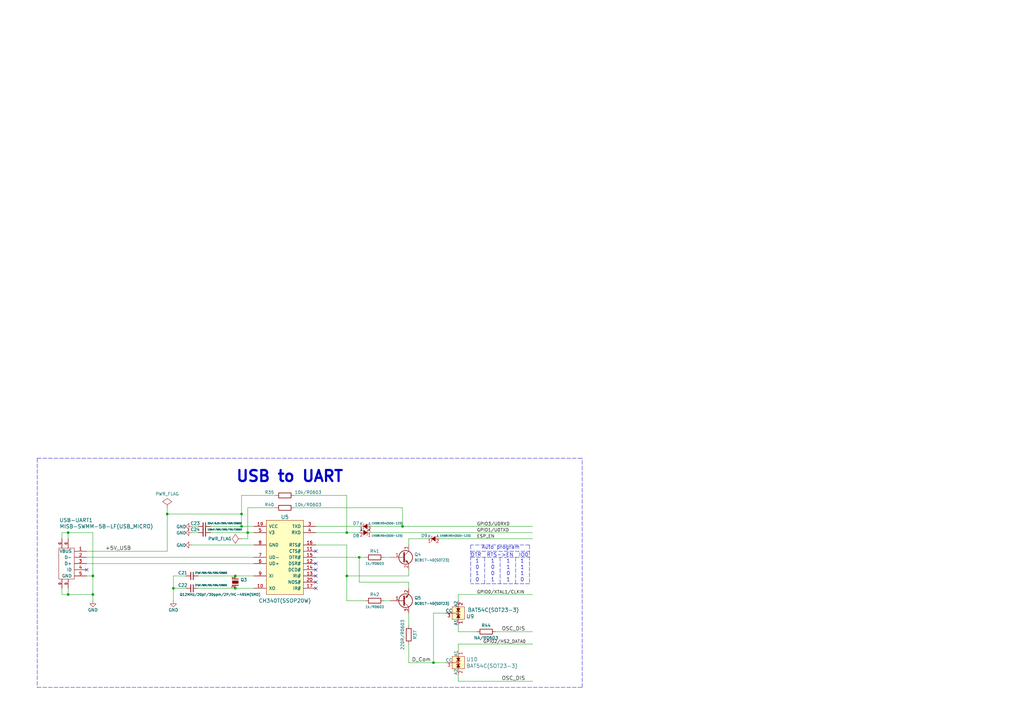
<source format=kicad_sch>
(kicad_sch
	(version 20250114)
	(generator "eeschema")
	(generator_version "9.0")
	(uuid "e571f6ee-858d-4fef-b220-497dd4f00057")
	(paper "A3")
	(lib_symbols
		(symbol "ESP32-EVB_Rev_K1:BAT54C(SOT23-3)"
			(pin_names
				(offset 0)
			)
			(exclude_from_sim no)
			(in_bom yes)
			(on_board yes)
			(property "Reference" "D"
				(at 0 6.35 0)
				(effects
					(font
						(size 1.524 1.524)
					)
				)
			)
			(property "Value" "BAT54C(SOT23-3)"
				(at 0 3.81 0)
				(effects
					(font
						(size 1.524 1.524)
					)
				)
			)
			(property "Footprint" ""
				(at 0 0 0)
				(effects
					(font
						(size 1.524 1.524)
					)
					(hide yes)
				)
			)
			(property "Datasheet" ""
				(at 0 0 0)
				(effects
					(font
						(size 1.524 1.524)
					)
					(hide yes)
				)
			)
			(property "Description" ""
				(at 0 0 0)
				(effects
					(font
						(size 1.27 1.27)
					)
					(hide yes)
				)
			)
			(symbol "BAT54C(SOT23-3)_0_1"
				(polyline
					(pts
						(xy -2.54 2.54) (xy 2.54 2.54) (xy 2.54 -2.54) (xy -2.54 -2.54) (xy -2.54 2.54)
					)
					(stroke
						(width 0)
						(type solid)
					)
					(fill
						(type background)
					)
				)
				(polyline
					(pts
						(xy -2.54 0) (xy 2.54 0)
					)
					(stroke
						(width 0)
						(type solid)
					)
					(fill
						(type none)
					)
				)
				(polyline
					(pts
						(xy -1.905 0.635) (xy -1.905 -0.635) (xy -0.635 0) (xy -1.905 0.635)
					)
					(stroke
						(width 0.254)
						(type solid)
					)
					(fill
						(type outline)
					)
				)
				(polyline
					(pts
						(xy -0.889 0.635) (xy -0.635 0.635)
					)
					(stroke
						(width 0.254)
						(type solid)
					)
					(fill
						(type none)
					)
				)
				(polyline
					(pts
						(xy -0.635 0.635) (xy -0.635 -0.635)
					)
					(stroke
						(width 0.254)
						(type solid)
					)
					(fill
						(type none)
					)
				)
				(polyline
					(pts
						(xy -0.635 -0.635) (xy -0.381 -0.635)
					)
					(stroke
						(width 0.254)
						(type solid)
					)
					(fill
						(type none)
					)
				)
				(polyline
					(pts
						(xy 0 0) (xy 0 -1.905)
					)
					(stroke
						(width 0)
						(type solid)
					)
					(fill
						(type none)
					)
				)
				(circle
					(center 0 0)
					(radius 0.127)
					(stroke
						(width 0.254)
						(type solid)
					)
					(fill
						(type none)
					)
				)
				(polyline
					(pts
						(xy 0 -1.905) (xy 0 -2.54)
					)
					(stroke
						(width 0)
						(type solid)
					)
					(fill
						(type none)
					)
				)
				(polyline
					(pts
						(xy 0.381 0.635) (xy 0.635 0.635)
					)
					(stroke
						(width 0.254)
						(type solid)
					)
					(fill
						(type none)
					)
				)
				(polyline
					(pts
						(xy 0.635 0.635) (xy 0.635 -0.635)
					)
					(stroke
						(width 0.254)
						(type solid)
					)
					(fill
						(type none)
					)
				)
				(polyline
					(pts
						(xy 0.635 -0.635) (xy 0.889 -0.635)
					)
					(stroke
						(width 0.254)
						(type solid)
					)
					(fill
						(type none)
					)
				)
				(polyline
					(pts
						(xy 1.905 0.635) (xy 1.905 -0.635) (xy 0.635 0) (xy 1.905 0.635)
					)
					(stroke
						(width 0.254)
						(type solid)
					)
					(fill
						(type outline)
					)
				)
			)
			(symbol "BAT54C(SOT23-3)_1_1"
				(pin passive line
					(at -5.08 0 0)
					(length 2.54)
					(name "A1"
						(effects
							(font
								(size 1.27 1.27)
							)
						)
					)
					(number "1"
						(effects
							(font
								(size 1.27 1.27)
							)
						)
					)
				)
				(pin passive line
					(at 0 -5.08 90)
					(length 2.54)
					(name "CC"
						(effects
							(font
								(size 1.27 1.27)
							)
						)
					)
					(number "3"
						(effects
							(font
								(size 1.27 1.27)
							)
						)
					)
				)
				(pin passive line
					(at 5.08 0 180)
					(length 2.54)
					(name "A2"
						(effects
							(font
								(size 1.27 1.27)
							)
						)
					)
					(number "2"
						(effects
							(font
								(size 1.27 1.27)
							)
						)
					)
				)
			)
			(embedded_fonts no)
		)
		(symbol "ESP32-EVB_Rev_K1:C"
			(pin_numbers
				(hide yes)
			)
			(pin_names
				(offset 0.254)
				(hide yes)
			)
			(exclude_from_sim no)
			(in_bom yes)
			(on_board yes)
			(property "Reference" "C"
				(at 0.254 1.778 0)
				(effects
					(font
						(size 1.27 1.27)
					)
					(justify left)
				)
			)
			(property "Value" "C"
				(at 0.254 -2.032 0)
				(effects
					(font
						(size 1.27 1.27)
					)
					(justify left)
				)
			)
			(property "Footprint" ""
				(at 0 0 0)
				(effects
					(font
						(size 1.524 1.524)
					)
				)
			)
			(property "Datasheet" ""
				(at 0 0 0)
				(effects
					(font
						(size 1.524 1.524)
					)
				)
			)
			(property "Description" ""
				(at 0 0 0)
				(effects
					(font
						(size 1.27 1.27)
					)
					(hide yes)
				)
			)
			(property "ki_fp_filters" "C? C_????_* C_???? SMD*_c Capacitor*"
				(at 0 0 0)
				(effects
					(font
						(size 1.27 1.27)
					)
					(hide yes)
				)
			)
			(symbol "C_0_1"
				(polyline
					(pts
						(xy -1.524 0.508) (xy 1.524 0.508)
					)
					(stroke
						(width 0.3048)
						(type solid)
					)
					(fill
						(type none)
					)
				)
				(polyline
					(pts
						(xy -1.524 -0.508) (xy 1.524 -0.508)
					)
					(stroke
						(width 0.3302)
						(type solid)
					)
					(fill
						(type none)
					)
				)
			)
			(symbol "C_1_1"
				(pin passive line
					(at 0 2.54 270)
					(length 1.905)
					(name "~"
						(effects
							(font
								(size 1.016 1.016)
							)
						)
					)
					(number "1"
						(effects
							(font
								(size 1.016 1.016)
							)
						)
					)
				)
				(pin passive line
					(at 0 -2.54 90)
					(length 2.032)
					(name "~"
						(effects
							(font
								(size 1.016 1.016)
							)
						)
					)
					(number "2"
						(effects
							(font
								(size 1.016 1.016)
							)
						)
					)
				)
			)
			(embedded_fonts no)
		)
		(symbol "ESP32-EVB_Rev_K1:CH340T(SSOP20W)"
			(pin_names
				(offset 1.016)
			)
			(exclude_from_sim no)
			(in_bom yes)
			(on_board yes)
			(property "Reference" "U"
				(at 0 16.51 0)
				(effects
					(font
						(size 1.524 1.524)
					)
				)
			)
			(property "Value" "CH340T(SSOP20W)"
				(at 0 -16.51 0)
				(effects
					(font
						(size 1.524 1.524)
					)
				)
			)
			(property "Footprint" "OLIMEX_IC-FP:SSOP-20W"
				(at 0 -20.32 0)
				(effects
					(font
						(size 1.524 1.524)
					)
				)
			)
			(property "Datasheet" ""
				(at 0 0 0)
				(effects
					(font
						(size 1.524 1.524)
					)
				)
			)
			(property "Description" ""
				(at 0 0 0)
				(effects
					(font
						(size 1.27 1.27)
					)
					(hide yes)
				)
			)
			(property "Note" "PB-Free"
				(at 0 -22.86 0)
				(effects
					(font
						(size 1.27 1.27)
					)
				)
			)
			(property "ki_fp_filters" "SSOP-20W"
				(at 0 0 0)
				(effects
					(font
						(size 1.27 1.27)
					)
					(hide yes)
				)
			)
			(symbol "CH340T(SSOP20W)_0_1"
				(rectangle
					(start -7.62 15.24)
					(end 7.62 -15.24)
					(stroke
						(width 0)
						(type solid)
					)
					(fill
						(type background)
					)
				)
			)
			(symbol "CH340T(SSOP20W)_1_1"
				(pin power_in line
					(at -12.7 12.7 0)
					(length 5.08)
					(name "VCC"
						(effects
							(font
								(size 1.27 1.27)
							)
						)
					)
					(number "19"
						(effects
							(font
								(size 1.27 1.27)
							)
						)
					)
				)
				(pin power_in line
					(at -12.7 10.16 0)
					(length 5.08)
					(name "V3"
						(effects
							(font
								(size 1.27 1.27)
							)
						)
					)
					(number "5"
						(effects
							(font
								(size 1.27 1.27)
							)
						)
					)
				)
				(pin power_in line
					(at -12.7 5.08 0)
					(length 5.08)
					(name "GND"
						(effects
							(font
								(size 1.27 1.27)
							)
						)
					)
					(number "8"
						(effects
							(font
								(size 1.27 1.27)
							)
						)
					)
				)
				(pin bidirectional line
					(at -12.7 0 0)
					(length 5.08)
					(name "UD-"
						(effects
							(font
								(size 1.27 1.27)
							)
						)
					)
					(number "7"
						(effects
							(font
								(size 1.27 1.27)
							)
						)
					)
				)
				(pin bidirectional line
					(at -12.7 -2.54 0)
					(length 5.08)
					(name "UD+"
						(effects
							(font
								(size 1.27 1.27)
							)
						)
					)
					(number "6"
						(effects
							(font
								(size 1.27 1.27)
							)
						)
					)
				)
				(pin input line
					(at -12.7 -7.62 0)
					(length 5.08)
					(name "XI"
						(effects
							(font
								(size 1.27 1.27)
							)
						)
					)
					(number "9"
						(effects
							(font
								(size 1.27 1.27)
							)
						)
					)
				)
				(pin output line
					(at -12.7 -12.7 0)
					(length 5.08)
					(name "XO"
						(effects
							(font
								(size 1.27 1.27)
							)
						)
					)
					(number "10"
						(effects
							(font
								(size 1.27 1.27)
							)
						)
					)
				)
				(pin output line
					(at 12.7 12.7 180)
					(length 5.08)
					(name "TXD"
						(effects
							(font
								(size 1.27 1.27)
							)
						)
					)
					(number "3"
						(effects
							(font
								(size 1.27 1.27)
							)
						)
					)
				)
				(pin input line
					(at 12.7 10.16 180)
					(length 5.08)
					(name "RXD"
						(effects
							(font
								(size 1.27 1.27)
							)
						)
					)
					(number "4"
						(effects
							(font
								(size 1.27 1.27)
							)
						)
					)
				)
				(pin output line
					(at 12.7 5.08 180)
					(length 5.08)
					(name "RTS#"
						(effects
							(font
								(size 1.27 1.27)
							)
						)
					)
					(number "16"
						(effects
							(font
								(size 1.27 1.27)
							)
						)
					)
				)
				(pin input line
					(at 12.7 2.54 180)
					(length 5.08)
					(name "CTS#"
						(effects
							(font
								(size 1.27 1.27)
							)
						)
					)
					(number "11"
						(effects
							(font
								(size 1.27 1.27)
							)
						)
					)
				)
				(pin output line
					(at 12.7 0 180)
					(length 5.08)
					(name "DTR#"
						(effects
							(font
								(size 1.27 1.27)
							)
						)
					)
					(number "15"
						(effects
							(font
								(size 1.27 1.27)
							)
						)
					)
				)
				(pin input line
					(at 12.7 -2.54 180)
					(length 5.08)
					(name "DSR#"
						(effects
							(font
								(size 1.27 1.27)
							)
						)
					)
					(number "12"
						(effects
							(font
								(size 1.27 1.27)
							)
						)
					)
				)
				(pin input line
					(at 12.7 -5.08 180)
					(length 5.08)
					(name "DCD#"
						(effects
							(font
								(size 1.27 1.27)
							)
						)
					)
					(number "14"
						(effects
							(font
								(size 1.27 1.27)
							)
						)
					)
				)
				(pin input line
					(at 12.7 -7.62 180)
					(length 5.08)
					(name "RI#"
						(effects
							(font
								(size 1.27 1.27)
							)
						)
					)
					(number "13"
						(effects
							(font
								(size 1.27 1.27)
							)
						)
					)
				)
				(pin input line
					(at 12.7 -10.16 180)
					(length 5.08)
					(name "NOS#"
						(effects
							(font
								(size 1.27 1.27)
							)
						)
					)
					(number "20"
						(effects
							(font
								(size 1.27 1.27)
							)
						)
					)
				)
				(pin input line
					(at 12.7 -12.7 180)
					(length 5.08)
					(name "IR#"
						(effects
							(font
								(size 1.27 1.27)
							)
						)
					)
					(number "17"
						(effects
							(font
								(size 1.27 1.27)
							)
						)
					)
				)
			)
			(embedded_fonts no)
		)
		(symbol "ESP32-EVB_Rev_K1:Crystal"
			(pin_names
				(offset 1.016)
				(hide yes)
			)
			(exclude_from_sim no)
			(in_bom yes)
			(on_board yes)
			(property "Reference" "Q"
				(at 0 3.175 0)
				(effects
					(font
						(size 1.27 1.27)
					)
				)
			)
			(property "Value" "Crystal"
				(at 0 -2.54 0)
				(effects
					(font
						(size 1.27 1.27)
					)
				)
			)
			(property "Footprint" ""
				(at 0 0 0)
				(effects
					(font
						(size 1.524 1.524)
					)
				)
			)
			(property "Datasheet" ""
				(at 0 0 0)
				(effects
					(font
						(size 1.524 1.524)
					)
				)
			)
			(property "Description" ""
				(at 0 0 0)
				(effects
					(font
						(size 1.27 1.27)
					)
					(hide yes)
				)
			)
			(property "ki_fp_filters" "Crystal_*"
				(at 0 0 0)
				(effects
					(font
						(size 1.27 1.27)
					)
					(hide yes)
				)
			)
			(symbol "Crystal_0_1"
				(polyline
					(pts
						(xy -1.27 -1.27) (xy -1.27 1.27)
					)
					(stroke
						(width 0.3048)
						(type solid)
					)
					(fill
						(type none)
					)
				)
				(rectangle
					(start -0.508 1.143)
					(end 0.508 -1.143)
					(stroke
						(width 0.3048)
						(type solid)
					)
					(fill
						(type outline)
					)
				)
				(polyline
					(pts
						(xy 1.27 -1.27) (xy 1.27 1.27)
					)
					(stroke
						(width 0.3048)
						(type solid)
					)
					(fill
						(type none)
					)
				)
			)
			(symbol "Crystal_1_1"
				(pin passive line
					(at -2.54 0 0)
					(length 1.27)
					(name "1"
						(effects
							(font
								(size 1.016 1.016)
							)
						)
					)
					(number "1"
						(effects
							(font
								(size 1.016 1.016)
							)
						)
					)
				)
				(pin passive line
					(at 2.54 0 180)
					(length 1.27)
					(name "2"
						(effects
							(font
								(size 1.016 1.016)
							)
						)
					)
					(number "2"
						(effects
							(font
								(size 1.016 1.016)
							)
						)
					)
				)
			)
			(embedded_fonts no)
		)
		(symbol "ESP32-EVB_Rev_K1:D_Schottky_Small"
			(pin_names
				(offset 0)
			)
			(exclude_from_sim no)
			(in_bom yes)
			(on_board yes)
			(property "Reference" "D"
				(at -1.27 3.175 0)
				(effects
					(font
						(size 1.27 1.27)
					)
					(justify left)
				)
			)
			(property "Value" "D_Schottky_Small"
				(at -7.62 -3.175 0)
				(effects
					(font
						(size 1.27 1.27)
					)
					(justify left)
				)
			)
			(property "Footprint" ""
				(at 0 0 90)
				(effects
					(font
						(size 1.524 1.524)
					)
				)
			)
			(property "Datasheet" ""
				(at 0 0 90)
				(effects
					(font
						(size 1.524 1.524)
					)
				)
			)
			(property "Description" ""
				(at 0 0 0)
				(effects
					(font
						(size 1.27 1.27)
					)
					(hide yes)
				)
			)
			(property "ki_fp_filters" "Diode_* D-Pak_TO252AA *SingleDiode *SingleDiode* *_Diode_*"
				(at 0 0 0)
				(effects
					(font
						(size 1.27 1.27)
					)
					(hide yes)
				)
			)
			(symbol "D_Schottky_Small_0_1"
				(polyline
					(pts
						(xy -0.762 1.016) (xy -0.762 1.016)
					)
					(stroke
						(width 0)
						(type solid)
					)
					(fill
						(type none)
					)
				)
				(polyline
					(pts
						(xy -0.762 1.016) (xy -0.508 1.016)
					)
					(stroke
						(width 0)
						(type solid)
					)
					(fill
						(type none)
					)
				)
				(polyline
					(pts
						(xy -0.762 -1.016) (xy -1.016 -1.016)
					)
					(stroke
						(width 0)
						(type solid)
					)
					(fill
						(type none)
					)
				)
				(polyline
					(pts
						(xy -0.762 -1.016) (xy -0.762 1.016)
					)
					(stroke
						(width 0)
						(type solid)
					)
					(fill
						(type none)
					)
				)
				(polyline
					(pts
						(xy 0.762 -1.016) (xy -0.762 0) (xy 0.762 1.016) (xy 0.762 -1.016)
					)
					(stroke
						(width 0)
						(type solid)
					)
					(fill
						(type outline)
					)
				)
			)
			(symbol "D_Schottky_Small_1_1"
				(pin passive line
					(at -2.54 0 0)
					(length 1.778)
					(name "K"
						(effects
							(font
								(size 1.27 1.27)
							)
						)
					)
					(number "1"
						(effects
							(font
								(size 1.27 1.27)
							)
						)
					)
				)
				(pin passive line
					(at 2.54 0 180)
					(length 1.778)
					(name "A"
						(effects
							(font
								(size 1.27 1.27)
							)
						)
					)
					(number "2"
						(effects
							(font
								(size 1.27 1.27)
							)
						)
					)
				)
			)
			(embedded_fonts no)
		)
		(symbol "ESP32-EVB_Rev_K1:GND"
			(power)
			(pin_names
				(offset 0)
			)
			(exclude_from_sim no)
			(in_bom yes)
			(on_board yes)
			(property "Reference" "#PWR"
				(at 0 -6.35 0)
				(effects
					(font
						(size 1.27 1.27)
					)
					(hide yes)
				)
			)
			(property "Value" "GND"
				(at 0 -3.81 0)
				(effects
					(font
						(size 1.27 1.27)
					)
				)
			)
			(property "Footprint" ""
				(at 0 0 0)
				(effects
					(font
						(size 1.524 1.524)
					)
				)
			)
			(property "Datasheet" ""
				(at 0 0 0)
				(effects
					(font
						(size 1.524 1.524)
					)
				)
			)
			(property "Description" ""
				(at 0 0 0)
				(effects
					(font
						(size 1.27 1.27)
					)
					(hide yes)
				)
			)
			(symbol "GND_0_1"
				(polyline
					(pts
						(xy 0 0) (xy 0 -1.27) (xy 1.27 -1.27) (xy 0 -2.54) (xy -1.27 -1.27) (xy 0 -1.27)
					)
					(stroke
						(width 0)
						(type solid)
					)
					(fill
						(type none)
					)
				)
			)
			(symbol "GND_1_1"
				(pin power_in line
					(at 0 0 270)
					(length 0)
					(hide yes)
					(name "GND"
						(effects
							(font
								(size 1.27 1.27)
							)
						)
					)
					(number "1"
						(effects
							(font
								(size 1.27 1.27)
							)
						)
					)
				)
			)
			(embedded_fonts no)
		)
		(symbol "ESP32-EVB_Rev_K1:PWR_FLAG"
			(power)
			(pin_numbers
				(hide yes)
			)
			(pin_names
				(offset 0)
				(hide yes)
			)
			(exclude_from_sim no)
			(in_bom yes)
			(on_board yes)
			(property "Reference" "#FLG"
				(at 0 2.413 0)
				(effects
					(font
						(size 1.27 1.27)
					)
					(hide yes)
				)
			)
			(property "Value" "PWR_FLAG"
				(at 0 4.572 0)
				(effects
					(font
						(size 1.27 1.27)
					)
				)
			)
			(property "Footprint" ""
				(at 0 0 0)
				(effects
					(font
						(size 1.524 1.524)
					)
				)
			)
			(property "Datasheet" ""
				(at 0 0 0)
				(effects
					(font
						(size 1.524 1.524)
					)
				)
			)
			(property "Description" ""
				(at 0 0 0)
				(effects
					(font
						(size 1.27 1.27)
					)
					(hide yes)
				)
			)
			(symbol "PWR_FLAG_0_0"
				(pin power_out line
					(at 0 0 90)
					(length 0)
					(name "pwr"
						(effects
							(font
								(size 0.508 0.508)
							)
						)
					)
					(number "1"
						(effects
							(font
								(size 0.508 0.508)
							)
						)
					)
				)
			)
			(symbol "PWR_FLAG_0_1"
				(polyline
					(pts
						(xy 0 0) (xy 0 1.27) (xy -1.905 2.54) (xy 0 3.81) (xy 1.905 2.54) (xy 0 1.27)
					)
					(stroke
						(width 0)
						(type solid)
					)
					(fill
						(type none)
					)
				)
			)
			(embedded_fonts no)
		)
		(symbol "ESP32-EVB_Rev_K1:Q_NPN_BEC"
			(pin_names
				(offset 0)
				(hide yes)
			)
			(exclude_from_sim no)
			(in_bom yes)
			(on_board yes)
			(property "Reference" "Q"
				(at 7.62 1.27 0)
				(effects
					(font
						(size 1.27 1.27)
					)
					(justify right)
				)
			)
			(property "Value" "Q_NPN_BEC"
				(at 15.24 -1.27 0)
				(effects
					(font
						(size 1.27 1.27)
					)
					(justify right)
				)
			)
			(property "Footprint" ""
				(at 5.08 2.54 0)
				(effects
					(font
						(size 0.7366 0.7366)
					)
				)
			)
			(property "Datasheet" ""
				(at 0 0 0)
				(effects
					(font
						(size 1.524 1.524)
					)
				)
			)
			(property "Description" ""
				(at 0 0 0)
				(effects
					(font
						(size 1.27 1.27)
					)
					(hide yes)
				)
			)
			(symbol "Q_NPN_BEC_0_1"
				(polyline
					(pts
						(xy 0.635 1.905) (xy 0.635 -1.905) (xy 0.635 -1.905)
					)
					(stroke
						(width 0.508)
						(type solid)
					)
					(fill
						(type none)
					)
				)
				(polyline
					(pts
						(xy 0.635 0.635) (xy 2.54 2.54)
					)
					(stroke
						(width 0)
						(type solid)
					)
					(fill
						(type none)
					)
				)
				(polyline
					(pts
						(xy 0.635 -0.635) (xy 2.54 -2.54) (xy 2.54 -2.54)
					)
					(stroke
						(width 0)
						(type solid)
					)
					(fill
						(type none)
					)
				)
				(circle
					(center 1.27 0)
					(radius 2.8194)
					(stroke
						(width 0.254)
						(type solid)
					)
					(fill
						(type none)
					)
				)
				(polyline
					(pts
						(xy 1.27 -1.778) (xy 1.778 -1.27) (xy 2.286 -2.286) (xy 1.27 -1.778) (xy 1.27 -1.778)
					)
					(stroke
						(width 0)
						(type solid)
					)
					(fill
						(type outline)
					)
				)
			)
			(symbol "Q_NPN_BEC_1_1"
				(pin passive line
					(at -5.08 0 0)
					(length 5.715)
					(name "B"
						(effects
							(font
								(size 1.27 1.27)
							)
						)
					)
					(number "1"
						(effects
							(font
								(size 1.27 1.27)
							)
						)
					)
				)
				(pin passive line
					(at 2.54 5.08 270)
					(length 2.54)
					(name "C"
						(effects
							(font
								(size 1.27 1.27)
							)
						)
					)
					(number "3"
						(effects
							(font
								(size 1.27 1.27)
							)
						)
					)
				)
				(pin passive line
					(at 2.54 -5.08 90)
					(length 2.54)
					(name "E"
						(effects
							(font
								(size 1.27 1.27)
							)
						)
					)
					(number "2"
						(effects
							(font
								(size 1.27 1.27)
							)
						)
					)
				)
			)
			(embedded_fonts no)
		)
		(symbol "ESP32-EVB_Rev_K1:R"
			(pin_numbers
				(hide yes)
			)
			(pin_names
				(offset 0)
			)
			(exclude_from_sim no)
			(in_bom yes)
			(on_board yes)
			(property "Reference" "R"
				(at 0 2.032 0)
				(effects
					(font
						(size 1.27 1.27)
					)
				)
			)
			(property "Value" "R"
				(at 0 0 0)
				(effects
					(font
						(size 1.27 1.27)
					)
				)
			)
			(property "Footprint" ""
				(at 0 -1.778 0)
				(effects
					(font
						(size 0.762 0.762)
					)
				)
			)
			(property "Datasheet" ""
				(at 0 0 90)
				(effects
					(font
						(size 0.762 0.762)
					)
				)
			)
			(property "Description" ""
				(at 0 0 0)
				(effects
					(font
						(size 1.27 1.27)
					)
					(hide yes)
				)
			)
			(property "ki_fp_filters" "R_* Resistor_*"
				(at 0 0 0)
				(effects
					(font
						(size 1.27 1.27)
					)
					(hide yes)
				)
			)
			(symbol "R_0_1"
				(rectangle
					(start 2.54 -1.016)
					(end -2.54 1.016)
					(stroke
						(width 0.254)
						(type solid)
					)
					(fill
						(type none)
					)
				)
			)
			(symbol "R_1_1"
				(pin passive line
					(at -3.81 0 0)
					(length 1.27)
					(name "~"
						(effects
							(font
								(size 1.524 1.524)
							)
						)
					)
					(number "1"
						(effects
							(font
								(size 1.524 1.524)
							)
						)
					)
				)
				(pin passive line
					(at 3.81 0 180)
					(length 1.27)
					(name "~"
						(effects
							(font
								(size 1.524 1.524)
							)
						)
					)
					(number "2"
						(effects
							(font
								(size 1.524 1.524)
							)
						)
					)
				)
			)
			(embedded_fonts no)
		)
		(symbol "ESP32-EVB_Rev_K1:USB-MINI"
			(pin_names
				(offset 1.016)
			)
			(exclude_from_sim no)
			(in_bom yes)
			(on_board yes)
			(property "Reference" "USB"
				(at -4.445 8.255 0)
				(effects
					(font
						(size 1.524 1.524)
					)
				)
			)
			(property "Value" "USB-MINI"
				(at -7.62 -8.89 0)
				(effects
					(font
						(size 1.524 1.524)
					)
				)
			)
			(property "Footprint" ""
				(at 2.54 0 0)
				(effects
					(font
						(size 1.524 1.524)
					)
				)
			)
			(property "Datasheet" ""
				(at 2.54 0 0)
				(effects
					(font
						(size 1.524 1.524)
					)
				)
			)
			(property "Description" ""
				(at 0 0 0)
				(effects
					(font
						(size 1.27 1.27)
					)
					(hide yes)
				)
			)
			(symbol "USB-MINI_0_1"
				(rectangle
					(start 3.81 6.35)
					(end -2.54 -6.35)
					(stroke
						(width 0)
						(type solid)
					)
					(fill
						(type none)
					)
				)
			)
			(symbol "USB-MINI_1_1"
				(pin input line
					(at -7.62 5.08 0)
					(length 5.08)
					(name "VBUS"
						(effects
							(font
								(size 1.27 1.27)
							)
						)
					)
					(number "1"
						(effects
							(font
								(size 1.27 1.27)
							)
						)
					)
				)
				(pin bidirectional line
					(at -7.62 2.54 0)
					(length 5.08)
					(name "D-"
						(effects
							(font
								(size 1.27 1.27)
							)
						)
					)
					(number "2"
						(effects
							(font
								(size 1.27 1.27)
							)
						)
					)
				)
				(pin bidirectional line
					(at -7.62 0 0)
					(length 5.08)
					(name "D+"
						(effects
							(font
								(size 1.27 1.27)
							)
						)
					)
					(number "3"
						(effects
							(font
								(size 1.27 1.27)
							)
						)
					)
				)
				(pin input line
					(at -7.62 -2.54 0)
					(length 5.08)
					(name "ID"
						(effects
							(font
								(size 1.27 1.27)
							)
						)
					)
					(number "4"
						(effects
							(font
								(size 1.27 1.27)
							)
						)
					)
				)
				(pin power_in line
					(at -7.62 -5.08 0)
					(length 5.08)
					(name "GND"
						(effects
							(font
								(size 1.27 1.27)
							)
						)
					)
					(number "5"
						(effects
							(font
								(size 1.27 1.27)
							)
						)
					)
				)
				(pin passive line
					(at 0 10.16 270)
					(length 3.81)
					(name "~"
						(effects
							(font
								(size 0.9906 0.9906)
							)
						)
					)
					(number "0"
						(effects
							(font
								(size 0.9906 0.9906)
							)
						)
					)
				)
				(pin passive line
					(at 0 -10.16 90)
					(length 3.81)
					(name "~"
						(effects
							(font
								(size 0.9906 0.9906)
							)
						)
					)
					(number "0"
						(effects
							(font
								(size 0.9906 0.9906)
							)
						)
					)
				)
				(pin passive line
					(at 2.54 10.16 270)
					(length 3.81)
					(name "~"
						(effects
							(font
								(size 0.9906 0.9906)
							)
						)
					)
					(number "0"
						(effects
							(font
								(size 0.9906 0.9906)
							)
						)
					)
				)
				(pin passive line
					(at 2.54 -10.16 90)
					(length 3.81)
					(name "~"
						(effects
							(font
								(size 0.9906 0.9906)
							)
						)
					)
					(number "0"
						(effects
							(font
								(size 0.9906 0.9906)
							)
						)
					)
				)
			)
			(embedded_fonts no)
		)
	)
	(text "0"
		(exclude_from_sim no)
		(at 201.295 236.22 0)
		(effects
			(font
				(size 1.524 1.524)
			)
			(justify left bottom)
		)
		(uuid "15212f37-6c71-4370-90ca-f2b6f13c3b68")
	)
	(text "1"
		(exclude_from_sim no)
		(at 213.36 236.22 0)
		(effects
			(font
				(size 1.524 1.524)
			)
			(justify left bottom)
		)
		(uuid "18cb5f8b-7d4d-43ea-8010-78fe8b1aca9d")
	)
	(text "0"
		(exclude_from_sim no)
		(at 194.945 233.68 0)
		(effects
			(font
				(size 1.524 1.524)
			)
			(justify left bottom)
		)
		(uuid "435e1bdc-0b74-4404-9ff1-5630947d1712")
	)
	(text "1"
		(exclude_from_sim no)
		(at 207.645 231.14 0)
		(effects
			(font
				(size 1.524 1.524)
			)
			(justify left bottom)
		)
		(uuid "4569a776-8c34-44ea-ab90-52682d4629f7")
	)
	(text "1"
		(exclude_from_sim no)
		(at 201.295 231.14 0)
		(effects
			(font
				(size 1.524 1.524)
			)
			(justify left bottom)
		)
		(uuid "593f3792-5aa9-4731-8e96-973e681086a6")
	)
	(text "0"
		(exclude_from_sim no)
		(at 213.36 238.76 0)
		(effects
			(font
				(size 1.524 1.524)
			)
			(justify left bottom)
		)
		(uuid "5ab590dd-4bdc-4def-abd2-9bf8841ac281")
	)
	(text "0"
		(exclude_from_sim no)
		(at 201.295 233.68 0)
		(effects
			(font
				(size 1.524 1.524)
			)
			(justify left bottom)
		)
		(uuid "5adff068-7fb0-43ed-aff7-d85e2673e819")
	)
	(text "1"
		(exclude_from_sim no)
		(at 213.36 231.14 0)
		(effects
			(font
				(size 1.524 1.524)
			)
			(justify left bottom)
		)
		(uuid "5bcc33ad-be0e-4c3c-b27d-e47db3cd9d69")
	)
	(text "1"
		(exclude_from_sim no)
		(at 201.295 238.76 0)
		(effects
			(font
				(size 1.524 1.524)
			)
			(justify left bottom)
		)
		(uuid "5fb726f4-72eb-4254-82f9-48525eddb717")
	)
	(text "USB to UART"
		(exclude_from_sim no)
		(at 96.52 198.12 0)
		(effects
			(font
				(size 4.4958 4.4958)
				(thickness 0.8992)
				(bold yes)
			)
			(justify left bottom)
		)
		(uuid "5fbf9071-137f-40b4-9bfc-f0b0da486ce4")
	)
	(text "1"
		(exclude_from_sim no)
		(at 207.645 238.76 0)
		(effects
			(font
				(size 1.524 1.524)
			)
			(justify left bottom)
		)
		(uuid "717024d8-47d1-4c58-ba6f-e083c700ef0f")
	)
	(text "1"
		(exclude_from_sim no)
		(at 213.36 233.68 0)
		(effects
			(font
				(size 1.524 1.524)
			)
			(justify left bottom)
		)
		(uuid "7dcdb479-8657-4119-adb4-b8b88adfb6f6")
	)
	(text "0"
		(exclude_from_sim no)
		(at 207.645 236.22 0)
		(effects
			(font
				(size 1.524 1.524)
			)
			(justify left bottom)
		)
		(uuid "82123bbe-ec4b-436d-9f39-86a1570fd3a6")
	)
	(text "0"
		(exclude_from_sim no)
		(at 194.945 238.76 0)
		(effects
			(font
				(size 1.524 1.524)
			)
			(justify left bottom)
		)
		(uuid "8924cdb4-c98d-42e2-a4fe-d21c80add567")
	)
	(text "Auto program\n"
		(exclude_from_sim no)
		(at 197.485 225.425 0)
		(effects
			(font
				(size 1.524 1.524)
			)
			(justify left bottom)
		)
		(uuid "a4ef1840-c7e3-4c94-9887-e670de293f71")
	)
	(text "1"
		(exclude_from_sim no)
		(at 194.945 236.22 0)
		(effects
			(font
				(size 1.524 1.524)
			)
			(justify left bottom)
		)
		(uuid "c2c72484-9fd5-43cb-9e06-02dc4ec3df25")
	)
	(text "DTR  RTS->EN  IO0"
		(exclude_from_sim no)
		(at 193.04 228.6 0)
		(effects
			(font
				(size 1.524 1.524)
			)
			(justify left bottom)
		)
		(uuid "da527598-7115-4462-bbfe-174a0c4f7545")
	)
	(text "1"
		(exclude_from_sim no)
		(at 207.645 233.68 0)
		(effects
			(font
				(size 1.524 1.524)
			)
			(justify left bottom)
		)
		(uuid "ea7c3b5e-0371-4fe7-8540-36f7ace38d35")
	)
	(text "1"
		(exclude_from_sim no)
		(at 194.945 231.14 0)
		(effects
			(font
				(size 1.524 1.524)
			)
			(justify left bottom)
		)
		(uuid "f0e4dfaa-e70e-43f5-9973-d5baa881d931")
	)
	(junction
		(at 27.94 218.44)
		(diameter 0)
		(color 0 0 0 0)
		(uuid "0d8fcb16-2c0b-4618-9982-668af08eaa54")
	)
	(junction
		(at 99.06 210.82)
		(diameter 0)
		(color 0 0 0 0)
		(uuid "29caac85-7a1e-4a48-8b33-0d7c82f2d9a2")
	)
	(junction
		(at 147.32 228.6)
		(diameter 0)
		(color 0 0 0 0)
		(uuid "2d5de0b3-fe93-4fdd-9f47-5656b93f252c")
	)
	(junction
		(at 142.24 218.44)
		(diameter 0)
		(color 0 0 0 0)
		(uuid "4579dded-ef50-40c7-b189-a53f050564a2")
	)
	(junction
		(at 38.1 236.22)
		(diameter 0)
		(color 0 0 0 0)
		(uuid "5461164c-5afd-4a72-b693-1322b96aa4c1")
	)
	(junction
		(at 38.1 243.84)
		(diameter 0)
		(color 0 0 0 0)
		(uuid "5985d221-2dfb-4484-be13-347dfdf046e0")
	)
	(junction
		(at 165.1 215.9)
		(diameter 0)
		(color 0 0 0 0)
		(uuid "60e9cd74-b5a1-42a8-af00-64e81bb7dd0a")
	)
	(junction
		(at 96.52 241.3)
		(diameter 0)
		(color 0 0 0 0)
		(uuid "68a4500a-a065-447f-b2a2-f89bcc4800de")
	)
	(junction
		(at 177.8 271.78)
		(diameter 0)
		(color 0 0 0 0)
		(uuid "7e37b13a-000c-4c6e-8039-b182b05ba286")
	)
	(junction
		(at 101.6 218.44)
		(diameter 0)
		(color 0 0 0 0)
		(uuid "7f8babc9-dc12-4d2d-80e3-f17f13c8175f")
	)
	(junction
		(at 142.24 236.22)
		(diameter 0)
		(color 0 0 0 0)
		(uuid "87b4a7b8-89dd-430a-8b4a-eea13353a464")
	)
	(junction
		(at 27.94 243.84)
		(diameter 0)
		(color 0 0 0 0)
		(uuid "929406da-d8e5-4501-a6a4-c50d4f4bc0a2")
	)
	(junction
		(at 71.12 241.3)
		(diameter 0)
		(color 0 0 0 0)
		(uuid "c980288d-978d-438d-bb09-d64d6c0fc899")
	)
	(junction
		(at 96.52 236.22)
		(diameter 0)
		(color 0 0 0 0)
		(uuid "e9423c53-81ef-45c5-a656-86b34c3b4754")
	)
	(junction
		(at 99.06 215.9)
		(diameter 0)
		(color 0 0 0 0)
		(uuid "f640799f-d30e-40bd-878c-bfee85ef1f33")
	)
	(junction
		(at 68.58 210.82)
		(diameter 0)
		(color 0 0 0 0)
		(uuid "ff8d903e-c465-4c4e-bf25-36d94362b887")
	)
	(no_connect
		(at 129.54 231.14)
		(uuid "401aad8d-c8fc-4570-9aea-2b8e9717c780")
	)
	(no_connect
		(at 129.54 241.3)
		(uuid "74f76432-3497-4a91-908a-43f1040758b9")
	)
	(no_connect
		(at 35.56 233.68)
		(uuid "8706d880-6d75-4981-9d77-9ad07f1d600e")
	)
	(no_connect
		(at 129.54 238.76)
		(uuid "8e4514f8-f249-4585-9959-2550aa393f3b")
	)
	(no_connect
		(at 129.54 236.22)
		(uuid "df887126-64c4-47a7-a981-2891f3d6327a")
	)
	(no_connect
		(at 129.54 226.06)
		(uuid "f5023406-0262-4f9d-bbb5-61a7caa6ec47")
	)
	(no_connect
		(at 129.54 233.68)
		(uuid "fb7bbd67-8ae9-4115-9ae0-68e5875057ca")
	)
	(wire
		(pts
			(xy 35.56 231.14) (xy 104.14 231.14)
		)
		(stroke
			(width 0)
			(type default)
		)
		(uuid "01264eaa-593e-4ae9-9542-0fb73077217d")
	)
	(wire
		(pts
			(xy 187.96 256.54) (xy 187.96 259.08)
		)
		(stroke
			(width 0)
			(type default)
		)
		(uuid "031d921b-c4b5-47f3-8d48-6de6b977e795")
	)
	(wire
		(pts
			(xy 187.96 259.08) (xy 195.58 259.08)
		)
		(stroke
			(width 0)
			(type default)
		)
		(uuid "094509b7-d3bd-4306-963a-6388121a65d5")
	)
	(wire
		(pts
			(xy 99.06 210.82) (xy 99.06 215.9)
		)
		(stroke
			(width 0)
			(type default)
		)
		(uuid "0d8b381f-1564-401f-8b8c-c7dceffe014e")
	)
	(wire
		(pts
			(xy 129.54 218.44) (xy 142.24 218.44)
		)
		(stroke
			(width 0)
			(type default)
		)
		(uuid "1345b618-0cfa-487e-a337-d30e11209b1a")
	)
	(wire
		(pts
			(xy 167.64 271.78) (xy 177.8 271.78)
		)
		(stroke
			(width 0)
			(type default)
		)
		(uuid "14ba492c-ce2e-435e-997f-32d649318942")
	)
	(wire
		(pts
			(xy 101.6 220.98) (xy 99.06 220.98)
		)
		(stroke
			(width 0)
			(type default)
		)
		(uuid "17541199-b635-4a33-a13d-f2c80819c7ed")
	)
	(wire
		(pts
			(xy 152.4 218.44) (xy 218.44 218.44)
		)
		(stroke
			(width 0)
			(type default)
		)
		(uuid "19e39152-25a0-456f-ab0c-d8e8c0d1bb5b")
	)
	(wire
		(pts
			(xy 68.58 210.82) (xy 68.58 226.06)
		)
		(stroke
			(width 0)
			(type default)
		)
		(uuid "202fa9b9-080f-4581-9548-e8a58cef05bc")
	)
	(wire
		(pts
			(xy 157.48 246.38) (xy 160.02 246.38)
		)
		(stroke
			(width 0)
			(type default)
		)
		(uuid "207f165f-2f39-4209-8066-fbf4dcd86c73")
	)
	(wire
		(pts
			(xy 187.96 243.84) (xy 218.44 243.84)
		)
		(stroke
			(width 0)
			(type default)
		)
		(uuid "2abe0bfe-aa57-4154-85f6-9f7345ae026f")
	)
	(polyline
		(pts
			(xy 15.24 187.96) (xy 15.24 281.94)
		)
		(stroke
			(width 0)
			(type dash)
		)
		(uuid "2be4c050-9401-4264-8d86-0b69ac5ccf44")
	)
	(wire
		(pts
			(xy 27.94 218.44) (xy 38.1 218.44)
		)
		(stroke
			(width 0)
			(type default)
		)
		(uuid "38f414e0-288e-42bd-8277-e6d4be96844f")
	)
	(wire
		(pts
			(xy 120.65 203.2) (xy 142.24 203.2)
		)
		(stroke
			(width 0)
			(type default)
		)
		(uuid "39cc8666-a6d6-4d37-809b-a54c6ee62ac8")
	)
	(wire
		(pts
			(xy 187.96 243.84) (xy 187.96 246.38)
		)
		(stroke
			(width 0)
			(type default)
		)
		(uuid "3a83b40e-7930-4762-9591-02a202b8d814")
	)
	(wire
		(pts
			(xy 96.52 241.3) (xy 104.14 241.3)
		)
		(stroke
			(width 0)
			(type default)
		)
		(uuid "41adeecf-6c01-4bed-a0c9-a121c76424f6")
	)
	(wire
		(pts
			(xy 167.64 236.22) (xy 142.24 236.22)
		)
		(stroke
			(width 0)
			(type default)
		)
		(uuid "435918f2-ad36-42e7-a6a3-66e18f6d9e57")
	)
	(polyline
		(pts
			(xy 217.17 239.395) (xy 193.04 239.395)
		)
		(stroke
			(width 0)
			(type dash)
		)
		(uuid "43c20b58-5656-4221-9817-5cfec4f80813")
	)
	(wire
		(pts
			(xy 38.1 218.44) (xy 38.1 236.22)
		)
		(stroke
			(width 0)
			(type default)
		)
		(uuid "51f099fd-7059-48d0-a849-33796534d63f")
	)
	(polyline
		(pts
			(xy 238.76 281.94) (xy 238.76 187.96)
		)
		(stroke
			(width 0)
			(type dash)
		)
		(uuid "5225de8a-e2bc-427c-8ab3-19b84683e22d")
	)
	(wire
		(pts
			(xy 129.54 228.6) (xy 147.32 228.6)
		)
		(stroke
			(width 0)
			(type default)
		)
		(uuid "5488d767-2fdc-43c6-b3ec-bf735050c3de")
	)
	(polyline
		(pts
			(xy 15.24 281.94) (xy 238.76 281.94)
		)
		(stroke
			(width 0)
			(type dash)
		)
		(uuid "54d76dd5-30dd-482f-a867-fc3305316464")
	)
	(wire
		(pts
			(xy 78.74 223.52) (xy 104.14 223.52)
		)
		(stroke
			(width 0)
			(type default)
		)
		(uuid "55b64900-e522-46ff-9959-ddefc4a241f5")
	)
	(wire
		(pts
			(xy 96.52 236.22) (xy 104.14 236.22)
		)
		(stroke
			(width 0)
			(type default)
		)
		(uuid "55f963bc-8c7f-4dd0-9489-bd9e865b4375")
	)
	(wire
		(pts
			(xy 38.1 236.22) (xy 38.1 243.84)
		)
		(stroke
			(width 0)
			(type default)
		)
		(uuid "57917bc2-599d-4e88-8012-2f057c49558a")
	)
	(polyline
		(pts
			(xy 193.04 228.6) (xy 217.17 228.6)
		)
		(stroke
			(width 0)
			(type dash)
		)
		(uuid "58389969-7083-483c-9b80-15e78271461c")
	)
	(wire
		(pts
			(xy 142.24 246.38) (xy 149.86 246.38)
		)
		(stroke
			(width 0)
			(type default)
		)
		(uuid "5a92f631-ef4d-44c8-b004-765628a6211c")
	)
	(polyline
		(pts
			(xy 211.455 228.6) (xy 211.455 239.395)
		)
		(stroke
			(width 0)
			(type dash)
		)
		(uuid "60cb96fe-4c45-46f8-9a13-a21ce69c2a7f")
	)
	(wire
		(pts
			(xy 101.6 218.44) (xy 101.6 220.98)
		)
		(stroke
			(width 0)
			(type default)
		)
		(uuid "615cd1cd-4af0-4461-be21-0cb8038eb465")
	)
	(wire
		(pts
			(xy 187.96 279.4) (xy 218.44 279.4)
		)
		(stroke
			(width 0)
			(type default)
		)
		(uuid "62672268-4bfb-400d-858c-3cac56a4202e")
	)
	(wire
		(pts
			(xy 187.96 264.16) (xy 187.96 266.7)
		)
		(stroke
			(width 0)
			(type default)
		)
		(uuid "62cd55c6-3852-4197-9535-e1d691a08334")
	)
	(wire
		(pts
			(xy 167.64 223.52) (xy 167.64 220.98)
		)
		(stroke
			(width 0)
			(type default)
		)
		(uuid "634d1f1b-3f37-4c32-b48c-854bf30daa86")
	)
	(wire
		(pts
			(xy 167.64 264.16) (xy 167.64 271.78)
		)
		(stroke
			(width 0)
			(type default)
		)
		(uuid "648aa26d-455f-46cf-84bb-e84c8f47e397")
	)
	(wire
		(pts
			(xy 147.32 238.76) (xy 147.32 228.6)
		)
		(stroke
			(width 0)
			(type default)
		)
		(uuid "65b838a2-e07f-4f14-a71f-09e78bd64013")
	)
	(wire
		(pts
			(xy 203.2 259.08) (xy 218.44 259.08)
		)
		(stroke
			(width 0)
			(type default)
		)
		(uuid "6e7ab17e-c589-494d-8eb5-70c260b898e3")
	)
	(wire
		(pts
			(xy 187.96 264.16) (xy 218.44 264.16)
		)
		(stroke
			(width 0)
			(type default)
		)
		(uuid "72f5f9f9-2a1f-45b9-b0f4-e343ec053395")
	)
	(polyline
		(pts
			(xy 193.04 223.52) (xy 193.04 239.395)
		)
		(stroke
			(width 0)
			(type dash)
		)
		(uuid "7360f2f6-1338-4a39-bb5e-055fa3ad3b9e")
	)
	(wire
		(pts
			(xy 101.6 218.44) (xy 101.6 208.28)
		)
		(stroke
			(width 0)
			(type default)
		)
		(uuid "75be5b79-2507-424b-bbf4-585360764c35")
	)
	(wire
		(pts
			(xy 101.6 218.44) (xy 104.14 218.44)
		)
		(stroke
			(width 0)
			(type default)
		)
		(uuid "76622410-2530-4221-9382-9658eabe9209")
	)
	(wire
		(pts
			(xy 142.24 203.2) (xy 142.24 218.44)
		)
		(stroke
			(width 0)
			(type default)
		)
		(uuid "7bca465a-0a24-44e2-92c3-31ff4db66ccd")
	)
	(wire
		(pts
			(xy 86.36 218.44) (xy 101.6 218.44)
		)
		(stroke
			(width 0)
			(type default)
		)
		(uuid "7c92ea92-0841-46ae-a086-ce3c7555ca11")
	)
	(wire
		(pts
			(xy 180.34 220.98) (xy 218.44 220.98)
		)
		(stroke
			(width 0)
			(type default)
		)
		(uuid "8114e557-e072-4571-989a-5a90a763fa74")
	)
	(wire
		(pts
			(xy 81.28 218.44) (xy 78.74 218.44)
		)
		(stroke
			(width 0)
			(type default)
		)
		(uuid "83b838bc-4fd3-48e4-bb15-4cccc7977ae7")
	)
	(wire
		(pts
			(xy 165.1 215.9) (xy 218.44 215.9)
		)
		(stroke
			(width 0)
			(type default)
		)
		(uuid "84b712dc-48f7-4b22-b072-61c6910dc186")
	)
	(wire
		(pts
			(xy 165.1 208.28) (xy 165.1 215.9)
		)
		(stroke
			(width 0)
			(type default)
		)
		(uuid "8eda73ce-afea-40c6-b636-22e71f7c4e08")
	)
	(wire
		(pts
			(xy 101.6 208.28) (xy 113.03 208.28)
		)
		(stroke
			(width 0)
			(type default)
		)
		(uuid "98371227-a0f7-42b4-bf29-0b96932879d2")
	)
	(polyline
		(pts
			(xy 193.04 226.06) (xy 217.17 226.06)
		)
		(stroke
			(width 0)
			(type dash)
		)
		(uuid "983acaee-31d4-45cd-8884-65973a109c03")
	)
	(wire
		(pts
			(xy 129.54 215.9) (xy 147.32 215.9)
		)
		(stroke
			(width 0)
			(type default)
		)
		(uuid "99c498ea-6694-4449-8d64-8cdc65b15244")
	)
	(wire
		(pts
			(xy 27.94 220.98) (xy 27.94 218.44)
		)
		(stroke
			(width 0)
			(type default)
		)
		(uuid "99eb4aad-6c03-420e-8ba7-9e5f481f793c")
	)
	(wire
		(pts
			(xy 129.54 223.52) (xy 142.24 223.52)
		)
		(stroke
			(width 0)
			(type default)
		)
		(uuid "9e7961c3-9fb0-4470-8f33-4ec9abad3dce")
	)
	(polyline
		(pts
			(xy 217.17 223.52) (xy 217.17 239.395)
		)
		(stroke
			(width 0)
			(type dash)
		)
		(uuid "a2a83165-2f34-49cf-aebf-ca979d8f5cea")
	)
	(wire
		(pts
			(xy 38.1 236.22) (xy 35.56 236.22)
		)
		(stroke
			(width 0)
			(type default)
		)
		(uuid "a2facdf7-0fa8-4cd7-909d-dae48cfc3e6f")
	)
	(wire
		(pts
			(xy 35.56 226.06) (xy 68.58 226.06)
		)
		(stroke
			(width 0)
			(type default)
		)
		(uuid "a30e7990-a9fa-4892-97d9-f534306bf946")
	)
	(wire
		(pts
			(xy 25.4 218.44) (xy 27.94 218.44)
		)
		(stroke
			(width 0)
			(type default)
		)
		(uuid "a3ff4210-5724-41ee-9893-d95fe06ca26d")
	)
	(polyline
		(pts
			(xy 217.17 223.52) (xy 193.04 223.52)
		)
		(stroke
			(width 0)
			(type dash)
		)
		(uuid "a5474771-50b5-4193-a83f-a23d10e94213")
	)
	(wire
		(pts
			(xy 71.12 236.22) (xy 71.12 241.3)
		)
		(stroke
			(width 0)
			(type default)
		)
		(uuid "a80ab9a7-3806-44f9-9899-8d5f3266b7e1")
	)
	(wire
		(pts
			(xy 99.06 203.2) (xy 113.03 203.2)
		)
		(stroke
			(width 0)
			(type default)
		)
		(uuid "aa0b7e9c-8849-42bf-aa33-0ace7dc9fbd8")
	)
	(wire
		(pts
			(xy 147.32 228.6) (xy 149.86 228.6)
		)
		(stroke
			(width 0)
			(type default)
		)
		(uuid "adf92d3e-eab1-4b72-aa10-aa1578453452")
	)
	(wire
		(pts
			(xy 167.64 241.3) (xy 167.64 238.76)
		)
		(stroke
			(width 0)
			(type default)
		)
		(uuid "aec6a3e8-856d-4cb3-92c8-793afeb323e6")
	)
	(wire
		(pts
			(xy 167.64 238.76) (xy 147.32 238.76)
		)
		(stroke
			(width 0)
			(type default)
		)
		(uuid "affe2397-e411-4a79-8782-e748518b8512")
	)
	(wire
		(pts
			(xy 99.06 210.82) (xy 68.58 210.82)
		)
		(stroke
			(width 0)
			(type default)
		)
		(uuid "b0f0c275-6fad-4f8a-9a02-05d467923326")
	)
	(wire
		(pts
			(xy 71.12 241.3) (xy 71.12 246.38)
		)
		(stroke
			(width 0)
			(type default)
		)
		(uuid "b392ed11-c1b2-4a92-9a40-a0083799d42f")
	)
	(polyline
		(pts
			(xy 205.105 228.6) (xy 205.105 239.395)
		)
		(stroke
			(width 0)
			(type dash)
		)
		(uuid "b9090ae2-262c-49c2-9d87-7477a91a3e30")
	)
	(wire
		(pts
			(xy 167.64 233.68) (xy 167.64 236.22)
		)
		(stroke
			(width 0)
			(type default)
		)
		(uuid "b97cd85f-87b2-4987-8e2a-925b8ee25d65")
	)
	(wire
		(pts
			(xy 38.1 243.84) (xy 38.1 246.38)
		)
		(stroke
			(width 0)
			(type default)
		)
		(uuid "baaf3d6d-f562-46e8-99bc-843e8b108ef8")
	)
	(wire
		(pts
			(xy 76.2 236.22) (xy 71.12 236.22)
		)
		(stroke
			(width 0)
			(type default)
		)
		(uuid "bdbb8f64-5e0b-4d90-b3be-7a4f914e0c68")
	)
	(wire
		(pts
			(xy 86.36 215.9) (xy 99.06 215.9)
		)
		(stroke
			(width 0)
			(type default)
		)
		(uuid "c1cd532f-7d98-4bec-97fc-ee697bd8ecc7")
	)
	(wire
		(pts
			(xy 142.24 236.22) (xy 142.24 246.38)
		)
		(stroke
			(width 0)
			(type default)
		)
		(uuid "c1dc4e4e-265e-4e78-bc93-62c67ebf7488")
	)
	(wire
		(pts
			(xy 120.65 208.28) (xy 165.1 208.28)
		)
		(stroke
			(width 0)
			(type default)
		)
		(uuid "c3887345-0db4-4255-b1a2-cdce8cf1b76f")
	)
	(wire
		(pts
			(xy 177.8 251.46) (xy 182.88 251.46)
		)
		(stroke
			(width 0)
			(type default)
		)
		(uuid "c55d92b8-3e5f-4c4c-96dd-10b416bfb1d6")
	)
	(wire
		(pts
			(xy 25.4 243.84) (xy 27.94 243.84)
		)
		(stroke
			(width 0)
			(type default)
		)
		(uuid "c6da1a18-681e-4ebf-9040-a3187e6a1fc6")
	)
	(wire
		(pts
			(xy 177.8 271.78) (xy 182.88 271.78)
		)
		(stroke
			(width 0)
			(type default)
		)
		(uuid "c73eae1b-9cbd-42fe-ba66-73a2d13bb708")
	)
	(wire
		(pts
			(xy 142.24 223.52) (xy 142.24 236.22)
		)
		(stroke
			(width 0)
			(type default)
		)
		(uuid "d14864e0-a38a-46ea-94f3-3fc7a0d7060b")
	)
	(wire
		(pts
			(xy 167.64 220.98) (xy 175.26 220.98)
		)
		(stroke
			(width 0)
			(type default)
		)
		(uuid "d33f0885-ed42-4a84-a209-f0a46bd18054")
	)
	(polyline
		(pts
			(xy 198.755 228.6) (xy 198.755 239.395)
		)
		(stroke
			(width 0)
			(type dash)
		)
		(uuid "d784448c-01ae-4f86-bb61-d51dc877f953")
	)
	(polyline
		(pts
			(xy 15.24 187.96) (xy 238.76 187.96)
		)
		(stroke
			(width 0)
			(type dash)
		)
		(uuid "d827b898-6362-46e4-84c4-ca7efb62ec52")
	)
	(wire
		(pts
			(xy 27.94 243.84) (xy 38.1 243.84)
		)
		(stroke
			(width 0)
			(type default)
		)
		(uuid "dbce3bd3-49fa-4c5d-aea8-f004cf2d2e0c")
	)
	(wire
		(pts
			(xy 177.8 271.78) (xy 177.8 251.46)
		)
		(stroke
			(width 0)
			(type default)
		)
		(uuid "dc0c0052-c673-4f7c-8a92-5ef3551f3659")
	)
	(wire
		(pts
			(xy 81.28 215.9) (xy 78.74 215.9)
		)
		(stroke
			(width 0)
			(type default)
		)
		(uuid "df0d3dc2-181b-456c-856d-f7bf9a67bc80")
	)
	(wire
		(pts
			(xy 27.94 241.3) (xy 27.94 243.84)
		)
		(stroke
			(width 0)
			(type default)
		)
		(uuid "df0f46ae-fe57-45e1-a431-b2bbe585f9fb")
	)
	(wire
		(pts
			(xy 142.24 218.44) (xy 147.32 218.44)
		)
		(stroke
			(width 0)
			(type default)
		)
		(uuid "e69be35b-ca85-4539-a810-c5f8fb7b72fb")
	)
	(wire
		(pts
			(xy 157.48 228.6) (xy 160.02 228.6)
		)
		(stroke
			(width 0)
			(type default)
		)
		(uuid "e69c5f85-26bc-4495-9519-42eb5d05facc")
	)
	(wire
		(pts
			(xy 99.06 210.82) (xy 99.06 203.2)
		)
		(stroke
			(width 0)
			(type default)
		)
		(uuid "e91191f5-bb9e-43aa-b4ba-8809e46cef01")
	)
	(wire
		(pts
			(xy 81.28 236.22) (xy 96.52 236.22)
		)
		(stroke
			(width 0)
			(type default)
		)
		(uuid "e9d5499a-2b73-4093-bbe6-d368032c2988")
	)
	(wire
		(pts
			(xy 152.4 215.9) (xy 165.1 215.9)
		)
		(stroke
			(width 0)
			(type default)
		)
		(uuid "ebbb160f-cd88-4170-9946-eb3a648502d9")
	)
	(wire
		(pts
			(xy 76.2 241.3) (xy 71.12 241.3)
		)
		(stroke
			(width 0)
			(type default)
		)
		(uuid "eda88239-4189-4c17-a93b-85f150b484a2")
	)
	(wire
		(pts
			(xy 68.58 210.82) (xy 68.58 208.28)
		)
		(stroke
			(width 0)
			(type default)
		)
		(uuid "f4947ddb-ebbc-4e84-a8cf-b779ce673140")
	)
	(wire
		(pts
			(xy 81.28 241.3) (xy 96.52 241.3)
		)
		(stroke
			(width 0)
			(type default)
		)
		(uuid "f5d585d2-2559-491e-9f70-532d381161bb")
	)
	(wire
		(pts
			(xy 25.4 220.98) (xy 25.4 218.44)
		)
		(stroke
			(width 0)
			(type default)
		)
		(uuid "f5ed8c3e-da65-4ba3-9a6e-9502534338c9")
	)
	(wire
		(pts
			(xy 167.64 251.46) (xy 167.64 256.54)
		)
		(stroke
			(width 0)
			(type default)
		)
		(uuid "f6173ccc-2ca8-4b95-81db-128a8dbaf3d1")
	)
	(wire
		(pts
			(xy 25.4 241.3) (xy 25.4 243.84)
		)
		(stroke
			(width 0)
			(type default)
		)
		(uuid "f6e64a3d-1fc3-4866-a0ca-dd4f408850c8")
	)
	(wire
		(pts
			(xy 99.06 215.9) (xy 104.14 215.9)
		)
		(stroke
			(width 0)
			(type default)
		)
		(uuid "f84d64d7-dd06-47b1-96e9-5ef013c90b3e")
	)
	(wire
		(pts
			(xy 187.96 279.4) (xy 187.96 276.86)
		)
		(stroke
			(width 0)
			(type default)
		)
		(uuid "f98cca22-956a-426f-ab43-aff65385c015")
	)
	(wire
		(pts
			(xy 35.56 228.6) (xy 104.14 228.6)
		)
		(stroke
			(width 0)
			(type default)
		)
		(uuid "ffabeec9-2e28-4249-99a1-65b2a9768acc")
	)
	(label "GPIO3/U0RXD"
		(at 195.58 215.9 0)
		(effects
			(font
				(size 1.27 1.27)
			)
			(justify left bottom)
		)
		(uuid "463ca71f-9e18-44af-91eb-10ff10229e10")
	)
	(label "GPIO2/HS2_DATA0"
		(at 198.12 264.16 0)
		(effects
			(font
				(size 1.27 1.27)
			)
			(justify left bottom)
		)
		(uuid "5b8288ff-f467-4171-bfea-967406a87437")
	)
	(label "ESP_EN"
		(at 195.58 220.98 0)
		(effects
			(font
				(size 1.27 1.27)
			)
			(justify left bottom)
		)
		(uuid "7214dfa5-f664-443e-b46f-b0dda584b89d")
	)
	(label "GPIO0/XTAL1/CLKIN"
		(at 195.58 243.84 0)
		(effects
			(font
				(size 1.27 1.27)
			)
			(justify left bottom)
		)
		(uuid "780b7005-d2b4-4e87-a571-b03c7cb4f6f2")
	)
	(label "OSC_DIS"
		(at 205.74 259.08 0)
		(effects
			(font
				(size 1.524 1.524)
			)
			(justify left bottom)
		)
		(uuid "89011295-76d8-4717-8c77-b868872303c7")
	)
	(label "GPIO1/U0TXD"
		(at 195.58 218.44 0)
		(effects
			(font
				(size 1.27 1.27)
			)
			(justify left bottom)
		)
		(uuid "cd099b3b-e96a-4531-bfe3-aa64949005f5")
	)
	(label "D_Com"
		(at 168.91 271.78 0)
		(effects
			(font
				(size 1.524 1.524)
			)
			(justify left bottom)
		)
		(uuid "ef7b0662-7d54-47c7-95d0-d5ce2e291add")
	)
	(label "+5V_USB"
		(at 43.18 226.06 0)
		(effects
			(font
				(size 1.524 1.524)
			)
			(justify left bottom)
		)
		(uuid "fcafe1a3-f85a-4429-9432-2fa304e19532")
	)
	(label "OSC_DIS"
		(at 205.74 279.4 0)
		(effects
			(font
				(size 1.524 1.524)
			)
			(justify left bottom)
		)
		(uuid "feaf357a-2078-4c08-bb46-7cf957ef3266")
	)
	(symbol
		(lib_id "ESP32-EVB_Rev_K1:CH340T(SSOP20W)")
		(at 116.84 228.6 0)
		(unit 1)
		(exclude_from_sim no)
		(in_bom yes)
		(on_board yes)
		(dnp no)
		(uuid "00000000-0000-0000-0000-000058d41048")
		(property "Reference" "U5"
			(at 116.84 212.09 0)
			(effects
				(font
					(size 1.524 1.524)
				)
			)
		)
		(property "Value" "CH340T(SSOP20W)"
			(at 116.84 246.38 0)
			(effects
				(font
					(size 1.524 1.524)
				)
			)
		)
		(property "Footprint" "OLIMEX_IC-FP:SSOP-20W"
			(at 116.84 247.65 0)
			(effects
				(font
					(size 1.524 1.524)
				)
				(hide yes)
			)
		)
		(property "Datasheet" ""
			(at -2.54 576.58 0)
			(effects
				(font
					(size 1.524 1.524)
				)
			)
		)
		(property "Description" ""
			(at 116.84 228.6 0)
			(effects
				(font
					(size 1.27 1.27)
				)
				(hide yes)
			)
		)
		(pin "10"
			(uuid "95dd16ed-d45c-4a54-87f5-c07652eee523")
		)
		(pin "11"
			(uuid "1d5d1038-c6c7-4524-9607-2a8c759cd77c")
		)
		(pin "12"
			(uuid "3f89a87f-e513-4036-bf92-97a41b61f79d")
		)
		(pin "13"
			(uuid "9ea1aef1-7952-4452-b466-441187c2e2e6")
		)
		(pin "14"
			(uuid "81866cbe-65eb-4e98-91bd-d2fdb0b546d7")
		)
		(pin "15"
			(uuid "4da89fc8-6d82-4e45-bc6a-9ec5c62a2bce")
		)
		(pin "16"
			(uuid "c9641e20-d192-4ac7-aae1-15b2154be129")
		)
		(pin "17"
			(uuid "c3d7d532-4f64-40fe-9cb9-bae59bac068e")
		)
		(pin "19"
			(uuid "8634df1e-260f-449b-8c95-ed307dd3d742")
		)
		(pin "20"
			(uuid "79d5ab82-69af-449d-b0f9-8fbe7f0399ba")
		)
		(pin "3"
			(uuid "65506149-62a2-4425-a583-d8cf7aebe417")
		)
		(pin "4"
			(uuid "ace9891b-dfcf-45f9-9029-9d258590cafb")
		)
		(pin "5"
			(uuid "3634d92e-5c99-488f-8b47-34359064accf")
		)
		(pin "6"
			(uuid "0d509949-0730-4fac-b303-55c7e046834c")
		)
		(pin "7"
			(uuid "324bb70c-718d-4cd4-8a85-3335f680a0c5")
		)
		(pin "8"
			(uuid "10f5fac1-86e0-4275-9371-9018fdf8c618")
		)
		(pin "9"
			(uuid "99af2384-1ba0-46b6-985a-80a05239452f")
		)
		(instances
			(project "pwr"
				(path "/e571f6ee-858d-4fef-b220-497dd4f00057"
					(reference "U5")
					(unit 1)
				)
			)
		)
	)
	(symbol
		(lib_id "ESP32-EVB_Rev_K1:USB-MINI")
		(at 27.94 231.14 0)
		(mirror y)
		(unit 1)
		(exclude_from_sim no)
		(in_bom yes)
		(on_board yes)
		(dnp no)
		(uuid "00000000-0000-0000-0000-000058d440a7")
		(property "Reference" "USB-UART1"
			(at 38.1 213.36 0)
			(effects
				(font
					(size 1.524 1.524)
				)
				(justify left)
			)
		)
		(property "Value" "MISB-SWMM-5B-LF(USB_MICRO)"
			(at 62.865 215.9 0)
			(effects
				(font
					(size 1.524 1.524)
				)
				(justify left)
			)
		)
		(property "Footprint" "OLIMEX_Connectors-FP:USB-MICRO_MISB-SWMM-5B_LF"
			(at 23.4188 233.8324 0)
			(effects
				(font
					(size 1.524 1.524)
				)
				(justify left)
				(hide yes)
			)
		)
		(property "Datasheet" ""
			(at 25.4 231.14 0)
			(effects
				(font
					(size 1.524 1.524)
				)
			)
		)
		(property "Description" ""
			(at 27.94 231.14 0)
			(effects
				(font
					(size 1.27 1.27)
				)
				(hide yes)
			)
		)
		(pin "0"
			(uuid "b80bfb94-0410-4d68-bdc8-10dec7d30b26")
		)
		(pin "0"
			(uuid "986fbf04-756b-4117-8474-4a917627ecc7")
		)
		(pin "0"
			(uuid "5d370ff6-a9d0-4f25-9759-a8f689967bc9")
		)
		(pin "0"
			(uuid "e6dd0b59-e3c9-477f-9a5d-9eeb2eab3666")
		)
		(pin "1"
			(uuid "75080471-2788-4c58-a8ea-1242116a72a9")
		)
		(pin "2"
			(uuid "7140c129-89e2-4306-b94a-558f5b92c984")
		)
		(pin "3"
			(uuid "38df4c8c-0057-4049-8b7d-c5bf3ea3f5dd")
		)
		(pin "4"
			(uuid "6ff92ebc-9344-4b80-bda6-6deab2c6b6a9")
		)
		(pin "5"
			(uuid "e2e45dce-d2b4-4015-ae59-088bf31a1f07")
		)
		(instances
			(project "pwr"
				(path "/e571f6ee-858d-4fef-b220-497dd4f00057"
					(reference "USB-UART1")
					(unit 1)
				)
			)
		)
	)
	(symbol
		(lib_id "ESP32-EVB_Rev_K1:GND")
		(at 38.1 246.38 0)
		(unit 1)
		(exclude_from_sim no)
		(in_bom yes)
		(on_board yes)
		(dnp no)
		(uuid "00000000-0000-0000-0000-000058d478c6")
		(property "Reference" "#PWR072"
			(at 38.1 252.73 0)
			(effects
				(font
					(size 1.27 1.27)
				)
				(hide yes)
			)
		)
		(property "Value" "GND"
			(at 38.1 250.19 0)
			(effects
				(font
					(size 1.27 1.27)
				)
			)
		)
		(property "Footprint" ""
			(at 38.1 246.38 0)
			(effects
				(font
					(size 1.524 1.524)
				)
			)
		)
		(property "Datasheet" ""
			(at 38.1 246.38 0)
			(effects
				(font
					(size 1.524 1.524)
				)
			)
		)
		(property "Description" ""
			(at 38.1 246.38 0)
			(effects
				(font
					(size 1.27 1.27)
				)
				(hide yes)
			)
		)
		(pin "1"
			(uuid "a3452783-d310-4128-b2b0-35ddfb1ccfda")
		)
		(instances
			(project "pwr"
				(path "/e571f6ee-858d-4fef-b220-497dd4f00057"
					(reference "#PWR072")
					(unit 1)
				)
			)
		)
	)
	(symbol
		(lib_id "ESP32-EVB_Rev_K1:C")
		(at 83.82 215.9 270)
		(unit 1)
		(exclude_from_sim no)
		(in_bom yes)
		(on_board yes)
		(dnp no)
		(uuid "00000000-0000-0000-0000-000058d54432")
		(property "Reference" "C23"
			(at 78.105 214.63 90)
			(effects
				(font
					(size 1.27 1.27)
				)
				(justify left)
			)
		)
		(property "Value" "22uF/6.3V/20%/X5R/C0603"
			(at 85.09 214.63 90)
			(effects
				(font
					(size 0.635 0.635)
				)
				(justify left)
			)
		)
		(property "Footprint" "OLIMEX_RLC-FP:C_0603_5MIL_DWS"
			(at 83.82 215.9 0)
			(effects
				(font
					(size 1.524 1.524)
				)
				(hide yes)
			)
		)
		(property "Datasheet" ""
			(at 83.82 215.9 0)
			(effects
				(font
					(size 1.524 1.524)
				)
			)
		)
		(property "Description" ""
			(at 83.82 215.9 0)
			(effects
				(font
					(size 1.27 1.27)
				)
				(hide yes)
			)
		)
		(property "Fieldname 1" "Value 1"
			(at 83.82 215.9 0)
			(effects
				(font
					(size 1.524 1.524)
				)
				(hide yes)
			)
		)
		(property "Fieldname2" "Value2"
			(at 83.82 215.9 0)
			(effects
				(font
					(size 1.524 1.524)
				)
				(hide yes)
			)
		)
		(property "Fieldname3" "Value3"
			(at 83.82 215.9 0)
			(effects
				(font
					(size 1.524 1.524)
				)
				(hide yes)
			)
		)
		(pin "1"
			(uuid "494d658a-5b96-4c48-bbba-4f8027a5009d")
		)
		(pin "2"
			(uuid "457b95ed-c268-4911-9d1c-f55c3075b04f")
		)
		(instances
			(project "pwr"
				(path "/e571f6ee-858d-4fef-b220-497dd4f00057"
					(reference "C23")
					(unit 1)
				)
			)
		)
	)
	(symbol
		(lib_id "ESP32-EVB_Rev_K1:GND")
		(at 78.74 223.52 270)
		(unit 1)
		(exclude_from_sim no)
		(in_bom yes)
		(on_board yes)
		(dnp no)
		(uuid "00000000-0000-0000-0000-000058d54438")
		(property "Reference" "#PWR073"
			(at 72.39 223.52 0)
			(effects
				(font
					(size 1.27 1.27)
				)
				(hide yes)
			)
		)
		(property "Value" "GND"
			(at 74.3458 223.647 90)
			(effects
				(font
					(size 1.27 1.27)
				)
			)
		)
		(property "Footprint" ""
			(at 78.74 223.52 0)
			(effects
				(font
					(size 1.524 1.524)
				)
			)
		)
		(property "Datasheet" ""
			(at 78.74 223.52 0)
			(effects
				(font
					(size 1.524 1.524)
				)
			)
		)
		(property "Description" ""
			(at 78.74 223.52 0)
			(effects
				(font
					(size 1.27 1.27)
				)
				(hide yes)
			)
		)
		(pin "1"
			(uuid "889dc073-4295-44bd-9f74-6b64604c2332")
		)
		(instances
			(project "pwr"
				(path "/e571f6ee-858d-4fef-b220-497dd4f00057"
					(reference "#PWR073")
					(unit 1)
				)
			)
		)
	)
	(symbol
		(lib_id "ESP32-EVB_Rev_K1:R")
		(at 116.84 203.2 0)
		(unit 1)
		(exclude_from_sim no)
		(in_bom yes)
		(on_board yes)
		(dnp no)
		(uuid "00000000-0000-0000-0000-000058d5af61")
		(property "Reference" "R35"
			(at 110.49 201.93 0)
			(effects
				(font
					(size 1.27 1.27)
				)
			)
		)
		(property "Value" "10k/R0603"
			(at 126.365 201.93 0)
			(effects
				(font
					(size 1.27 1.27)
				)
			)
		)
		(property "Footprint" "OLIMEX_RLC-FP:R_0603_5MIL_DWS"
			(at 116.84 204.978 0)
			(effects
				(font
					(size 0.762 0.762)
				)
				(hide yes)
			)
		)
		(property "Datasheet" ""
			(at 116.84 203.2 90)
			(effects
				(font
					(size 0.762 0.762)
				)
			)
		)
		(property "Description" ""
			(at 116.84 203.2 0)
			(effects
				(font
					(size 1.27 1.27)
				)
				(hide yes)
			)
		)
		(property "Fieldname 1" "Value 1"
			(at 116.84 203.2 0)
			(effects
				(font
					(size 1.524 1.524)
				)
				(hide yes)
			)
		)
		(property "Fieldname2" "Value2"
			(at 116.84 203.2 0)
			(effects
				(font
					(size 1.524 1.524)
				)
				(hide yes)
			)
		)
		(property "Fieldname3" "Value3"
			(at 116.84 203.2 0)
			(effects
				(font
					(size 1.524 1.524)
				)
				(hide yes)
			)
		)
		(pin "1"
			(uuid "1bb58b70-30cb-45a2-9f02-e7de1d7be0e7")
		)
		(pin "2"
			(uuid "2b06af0f-05f5-4f4e-b5c9-a5ec978bead0")
		)
		(instances
			(project "pwr"
				(path "/e571f6ee-858d-4fef-b220-497dd4f00057"
					(reference "R35")
					(unit 1)
				)
			)
		)
	)
	(symbol
		(lib_id "ESP32-EVB_Rev_K1:R")
		(at 116.84 208.28 0)
		(unit 1)
		(exclude_from_sim no)
		(in_bom yes)
		(on_board yes)
		(dnp no)
		(uuid "00000000-0000-0000-0000-000058d5bb65")
		(property "Reference" "R40"
			(at 110.49 207.01 0)
			(effects
				(font
					(size 1.27 1.27)
				)
			)
		)
		(property "Value" "10k/R0603"
			(at 126.365 207.01 0)
			(effects
				(font
					(size 1.27 1.27)
				)
			)
		)
		(property "Footprint" "OLIMEX_RLC-FP:R_0603_5MIL_DWS"
			(at 116.84 210.058 0)
			(effects
				(font
					(size 0.762 0.762)
				)
				(hide yes)
			)
		)
		(property "Datasheet" ""
			(at 116.84 208.28 90)
			(effects
				(font
					(size 0.762 0.762)
				)
			)
		)
		(property "Description" ""
			(at 116.84 208.28 0)
			(effects
				(font
					(size 1.27 1.27)
				)
				(hide yes)
			)
		)
		(property "Fieldname 1" "Value 1"
			(at 116.84 208.28 0)
			(effects
				(font
					(size 1.524 1.524)
				)
				(hide yes)
			)
		)
		(property "Fieldname2" "Value2"
			(at 116.84 208.28 0)
			(effects
				(font
					(size 1.524 1.524)
				)
				(hide yes)
			)
		)
		(property "Fieldname3" "Value3"
			(at 116.84 208.28 0)
			(effects
				(font
					(size 1.524 1.524)
				)
				(hide yes)
			)
		)
		(pin "1"
			(uuid "6a0438af-b138-412c-aa66-089c7b9f6139")
		)
		(pin "2"
			(uuid "7fa29efa-4a60-406a-af53-43f8bd675b77")
		)
		(instances
			(project "pwr"
				(path "/e571f6ee-858d-4fef-b220-497dd4f00057"
					(reference "R40")
					(unit 1)
				)
			)
		)
	)
	(symbol
		(lib_id "ESP32-EVB_Rev_K1:C")
		(at 83.82 218.44 270)
		(unit 1)
		(exclude_from_sim no)
		(in_bom yes)
		(on_board yes)
		(dnp no)
		(uuid "00000000-0000-0000-0000-000058d603a7")
		(property "Reference" "C24"
			(at 78.105 217.17 90)
			(effects
				(font
					(size 1.27 1.27)
				)
				(justify left)
			)
		)
		(property "Value" "100nF/50V/20%/Y5V/C0603"
			(at 85.09 217.17 90)
			(effects
				(font
					(size 0.635 0.635)
				)
				(justify left)
			)
		)
		(property "Footprint" "OLIMEX_RLC-FP:C_0603_5MIL_DWS"
			(at 83.82 218.44 0)
			(effects
				(font
					(size 1.524 1.524)
				)
				(hide yes)
			)
		)
		(property "Datasheet" ""
			(at 83.82 218.44 0)
			(effects
				(font
					(size 1.524 1.524)
				)
			)
		)
		(property "Description" ""
			(at 83.82 218.44 0)
			(effects
				(font
					(size 1.27 1.27)
				)
				(hide yes)
			)
		)
		(property "Fieldname 1" "Value 1"
			(at 83.82 218.44 0)
			(effects
				(font
					(size 1.524 1.524)
				)
				(hide yes)
			)
		)
		(property "Fieldname2" "Value2"
			(at 83.82 218.44 0)
			(effects
				(font
					(size 1.524 1.524)
				)
				(hide yes)
			)
		)
		(property "Fieldname3" "Value3"
			(at 83.82 218.44 0)
			(effects
				(font
					(size 1.524 1.524)
				)
				(hide yes)
			)
		)
		(pin "1"
			(uuid "6d8e6130-0f02-40e2-bf98-62a8bf81a3de")
		)
		(pin "2"
			(uuid "1e2bb264-c5fe-4f2b-9ffb-62e730773753")
		)
		(instances
			(project "pwr"
				(path "/e571f6ee-858d-4fef-b220-497dd4f00057"
					(reference "C24")
					(unit 1)
				)
			)
		)
	)
	(symbol
		(lib_id "ESP32-EVB_Rev_K1:GND")
		(at 78.74 215.9 270)
		(unit 1)
		(exclude_from_sim no)
		(in_bom yes)
		(on_board yes)
		(dnp no)
		(uuid "00000000-0000-0000-0000-000058d65d8c")
		(property "Reference" "#PWR074"
			(at 72.39 215.9 0)
			(effects
				(font
					(size 1.27 1.27)
				)
				(hide yes)
			)
		)
		(property "Value" "GND"
			(at 74.3458 216.027 90)
			(effects
				(font
					(size 1.27 1.27)
				)
			)
		)
		(property "Footprint" ""
			(at 78.74 215.9 0)
			(effects
				(font
					(size 1.524 1.524)
				)
			)
		)
		(property "Datasheet" ""
			(at 78.74 215.9 0)
			(effects
				(font
					(size 1.524 1.524)
				)
			)
		)
		(property "Description" ""
			(at 78.74 215.9 0)
			(effects
				(font
					(size 1.27 1.27)
				)
				(hide yes)
			)
		)
		(pin "1"
			(uuid "705093e1-680b-4e3f-8f1b-832bcbf9ee10")
		)
		(instances
			(project "pwr"
				(path "/e571f6ee-858d-4fef-b220-497dd4f00057"
					(reference "#PWR074")
					(unit 1)
				)
			)
		)
	)
	(symbol
		(lib_id "ESP32-EVB_Rev_K1:GND")
		(at 78.74 218.44 270)
		(unit 1)
		(exclude_from_sim no)
		(in_bom yes)
		(on_board yes)
		(dnp no)
		(uuid "00000000-0000-0000-0000-000058d6665c")
		(property "Reference" "#PWR075"
			(at 72.39 218.44 0)
			(effects
				(font
					(size 1.27 1.27)
				)
				(hide yes)
			)
		)
		(property "Value" "GND"
			(at 74.3458 218.567 90)
			(effects
				(font
					(size 1.27 1.27)
				)
			)
		)
		(property "Footprint" ""
			(at 78.74 218.44 0)
			(effects
				(font
					(size 1.524 1.524)
				)
			)
		)
		(property "Datasheet" ""
			(at 78.74 218.44 0)
			(effects
				(font
					(size 1.524 1.524)
				)
			)
		)
		(property "Description" ""
			(at 78.74 218.44 0)
			(effects
				(font
					(size 1.27 1.27)
				)
				(hide yes)
			)
		)
		(pin "1"
			(uuid "88fef759-80c4-4eb5-9964-63de77843bf5")
		)
		(instances
			(project "pwr"
				(path "/e571f6ee-858d-4fef-b220-497dd4f00057"
					(reference "#PWR075")
					(unit 1)
				)
			)
		)
	)
	(symbol
		(lib_id "ESP32-EVB_Rev_K1:Q_NPN_BEC")
		(at 165.1 228.6 0)
		(unit 1)
		(exclude_from_sim no)
		(in_bom yes)
		(on_board yes)
		(dnp no)
		(uuid "00000000-0000-0000-0000-000058d6b1bc")
		(property "Reference" "Q4"
			(at 169.9514 227.4316 0)
			(effects
				(font
					(size 1.27 1.27)
				)
				(justify left)
			)
		)
		(property "Value" "BC817-40(SOT23)"
			(at 169.9514 229.743 0)
			(effects
				(font
					(size 1.016 1.016)
				)
				(justify left)
			)
		)
		(property "Footprint" "OLIMEX_Transistors-FP:SOT23"
			(at 170.18 226.06 0)
			(effects
				(font
					(size 0.7366 0.7366)
				)
				(hide yes)
			)
		)
		(property "Datasheet" ""
			(at 165.1 228.6 0)
			(effects
				(font
					(size 1.524 1.524)
				)
			)
		)
		(property "Description" ""
			(at 165.1 228.6 0)
			(effects
				(font
					(size 1.27 1.27)
				)
				(hide yes)
			)
		)
		(pin "1"
			(uuid "c4d087f8-6c17-4cef-ab1a-a68d469ec1d4")
		)
		(pin "2"
			(uuid "a5ec4c79-c21c-4bbf-915f-f12fdf703095")
		)
		(pin "3"
			(uuid "a3779a87-b37a-486b-b83f-007f10414454")
		)
		(instances
			(project "pwr"
				(path "/e571f6ee-858d-4fef-b220-497dd4f00057"
					(reference "Q4")
					(unit 1)
				)
			)
		)
	)
	(symbol
		(lib_id "ESP32-EVB_Rev_K1:Crystal")
		(at 96.52 238.76 270)
		(unit 1)
		(exclude_from_sim no)
		(in_bom yes)
		(on_board yes)
		(dnp no)
		(uuid "00000000-0000-0000-0000-000058d6dbce")
		(property "Reference" "Q3"
			(at 98.5774 237.7948 90)
			(effects
				(font
					(size 1.27 1.27)
				)
				(justify left)
			)
		)
		(property "Value" "Q12MHz/20pF/30ppm/2P/HC-49SM(SMD)"
			(at 73.66 243.84 90)
			(effects
				(font
					(size 1.016 1.016)
				)
				(justify left)
			)
		)
		(property "Footprint" "OLIMEX_Crystal-FP:Q_49U3HMS"
			(at 96.52 238.76 0)
			(effects
				(font
					(size 1.524 1.524)
				)
				(hide yes)
			)
		)
		(property "Datasheet" ""
			(at 96.52 238.76 0)
			(effects
				(font
					(size 1.524 1.524)
				)
			)
		)
		(property "Description" ""
			(at 96.52 238.76 0)
			(effects
				(font
					(size 1.27 1.27)
				)
				(hide yes)
			)
		)
		(pin "1"
			(uuid "1816e828-c055-42a0-a326-d3b8bcf9b3d2")
		)
		(pin "2"
			(uuid "b1437097-8878-462d-851a-c9d5f41e0eaf")
		)
		(instances
			(project "pwr"
				(path "/e571f6ee-858d-4fef-b220-497dd4f00057"
					(reference "Q3")
					(unit 1)
				)
			)
		)
	)
	(symbol
		(lib_id "ESP32-EVB_Rev_K1:R")
		(at 153.67 228.6 0)
		(unit 1)
		(exclude_from_sim no)
		(in_bom yes)
		(on_board yes)
		(dnp no)
		(uuid "00000000-0000-0000-0000-000058d713ec")
		(property "Reference" "R41"
			(at 153.67 226.06 0)
			(effects
				(font
					(size 1.27 1.27)
				)
			)
		)
		(property "Value" "1k/R0603"
			(at 153.67 231.14 0)
			(effects
				(font
					(size 0.9906 0.9906)
				)
			)
		)
		(property "Footprint" "OLIMEX_RLC-FP:R_0603_5MIL_DWS"
			(at 153.67 230.378 0)
			(effects
				(font
					(size 0.762 0.762)
				)
				(hide yes)
			)
		)
		(property "Datasheet" ""
			(at 153.67 228.6 90)
			(effects
				(font
					(size 0.762 0.762)
				)
			)
		)
		(property "Description" ""
			(at 153.67 228.6 0)
			(effects
				(font
					(size 1.27 1.27)
				)
				(hide yes)
			)
		)
		(property "Fieldname 1" "Value 1"
			(at 153.67 228.6 0)
			(effects
				(font
					(size 1.524 1.524)
				)
				(hide yes)
			)
		)
		(property "Fieldname2" "Value2"
			(at 153.67 228.6 0)
			(effects
				(font
					(size 1.524 1.524)
				)
				(hide yes)
			)
		)
		(property "Fieldname3" "Value3"
			(at 153.67 228.6 0)
			(effects
				(font
					(size 1.524 1.524)
				)
				(hide yes)
			)
		)
		(pin "1"
			(uuid "76b42ed3-bcc2-465c-aba9-058b181a6a4b")
		)
		(pin "2"
			(uuid "c054ab48-42a3-4b4b-95d7-2231a11ceac8")
		)
		(instances
			(project "pwr"
				(path "/e571f6ee-858d-4fef-b220-497dd4f00057"
					(reference "R41")
					(unit 1)
				)
			)
		)
	)
	(symbol
		(lib_id "ESP32-EVB_Rev_K1:C")
		(at 78.74 236.22 270)
		(unit 1)
		(exclude_from_sim no)
		(in_bom yes)
		(on_board yes)
		(dnp no)
		(uuid "00000000-0000-0000-0000-000058d7490c")
		(property "Reference" "C21"
			(at 73.025 234.95 90)
			(effects
				(font
					(size 1.27 1.27)
				)
				(justify left)
			)
		)
		(property "Value" "27pF/50V/5%/C0G/C0603"
			(at 80.01 234.95 90)
			(effects
				(font
					(size 0.635 0.635)
				)
				(justify left)
			)
		)
		(property "Footprint" "OLIMEX_RLC-FP:C_0603_5MIL_DWS"
			(at 78.74 236.22 0)
			(effects
				(font
					(size 1.524 1.524)
				)
				(hide yes)
			)
		)
		(property "Datasheet" ""
			(at 78.74 236.22 0)
			(effects
				(font
					(size 1.524 1.524)
				)
			)
		)
		(property "Description" ""
			(at 78.74 236.22 0)
			(effects
				(font
					(size 1.27 1.27)
				)
				(hide yes)
			)
		)
		(property "Fieldname 1" "Value 1"
			(at 78.74 236.22 0)
			(effects
				(font
					(size 1.524 1.524)
				)
				(hide yes)
			)
		)
		(property "Fieldname2" "Value2"
			(at 78.74 236.22 0)
			(effects
				(font
					(size 1.524 1.524)
				)
				(hide yes)
			)
		)
		(property "Fieldname3" "Value3"
			(at 78.74 236.22 0)
			(effects
				(font
					(size 1.524 1.524)
				)
				(hide yes)
			)
		)
		(pin "1"
			(uuid "ae5f8b83-4bb5-46da-87ab-b3a63ede2506")
		)
		(pin "2"
			(uuid "1f428523-cbee-49c8-bbb9-942359132e8c")
		)
		(instances
			(project "pwr"
				(path "/e571f6ee-858d-4fef-b220-497dd4f00057"
					(reference "C21")
					(unit 1)
				)
			)
		)
	)
	(symbol
		(lib_id "ESP32-EVB_Rev_K1:Q_NPN_BEC")
		(at 165.1 246.38 0)
		(mirror x)
		(unit 1)
		(exclude_from_sim no)
		(in_bom yes)
		(on_board yes)
		(dnp no)
		(uuid "00000000-0000-0000-0000-000058d74bc0")
		(property "Reference" "Q5"
			(at 169.9514 245.2116 0)
			(effects
				(font
					(size 1.27 1.27)
				)
				(justify left)
			)
		)
		(property "Value" "BC817-40(SOT23)"
			(at 169.9514 247.523 0)
			(effects
				(font
					(size 1.016 1.016)
				)
				(justify left)
			)
		)
		(property "Footprint" "OLIMEX_Transistors-FP:SOT23"
			(at 170.18 248.92 0)
			(effects
				(font
					(size 0.7366 0.7366)
				)
				(hide yes)
			)
		)
		(property "Datasheet" ""
			(at 165.1 246.38 0)
			(effects
				(font
					(size 1.524 1.524)
				)
			)
		)
		(property "Description" ""
			(at 165.1 246.38 0)
			(effects
				(font
					(size 1.27 1.27)
				)
				(hide yes)
			)
		)
		(pin "1"
			(uuid "e9b053b0-f950-402d-ad74-39104d423c07")
		)
		(pin "2"
			(uuid "133c325b-d2e9-45fa-90ae-0f09fc219719")
		)
		(pin "3"
			(uuid "c88603fc-9a9a-471d-a0e5-5e0acf900296")
		)
		(instances
			(project "pwr"
				(path "/e571f6ee-858d-4fef-b220-497dd4f00057"
					(reference "Q5")
					(unit 1)
				)
			)
		)
	)
	(symbol
		(lib_id "ESP32-EVB_Rev_K1:R")
		(at 153.67 246.38 0)
		(unit 1)
		(exclude_from_sim no)
		(in_bom yes)
		(on_board yes)
		(dnp no)
		(uuid "00000000-0000-0000-0000-000058d74bc9")
		(property "Reference" "R42"
			(at 153.67 243.84 0)
			(effects
				(font
					(size 1.27 1.27)
				)
			)
		)
		(property "Value" "1k/R0603"
			(at 153.67 248.92 0)
			(effects
				(font
					(size 0.9906 0.9906)
				)
			)
		)
		(property "Footprint" "OLIMEX_RLC-FP:R_0603_5MIL_DWS"
			(at 153.67 248.158 0)
			(effects
				(font
					(size 0.762 0.762)
				)
				(hide yes)
			)
		)
		(property "Datasheet" ""
			(at 153.67 246.38 90)
			(effects
				(font
					(size 0.762 0.762)
				)
			)
		)
		(property "Description" ""
			(at 153.67 246.38 0)
			(effects
				(font
					(size 1.27 1.27)
				)
				(hide yes)
			)
		)
		(property "Fieldname 1" "Value 1"
			(at 153.67 246.38 0)
			(effects
				(font
					(size 1.524 1.524)
				)
				(hide yes)
			)
		)
		(property "Fieldname2" "Value2"
			(at 153.67 246.38 0)
			(effects
				(font
					(size 1.524 1.524)
				)
				(hide yes)
			)
		)
		(property "Fieldname3" "Value3"
			(at 153.67 246.38 0)
			(effects
				(font
					(size 1.524 1.524)
				)
				(hide yes)
			)
		)
		(pin "1"
			(uuid "314361af-d82f-4443-b200-e4eeb79c5662")
		)
		(pin "2"
			(uuid "9cedb665-1d79-45ee-a9c3-2930195a4891")
		)
		(instances
			(project "pwr"
				(path "/e571f6ee-858d-4fef-b220-497dd4f00057"
					(reference "R42")
					(unit 1)
				)
			)
		)
	)
	(symbol
		(lib_id "ESP32-EVB_Rev_K1:C")
		(at 78.74 241.3 270)
		(unit 1)
		(exclude_from_sim no)
		(in_bom yes)
		(on_board yes)
		(dnp no)
		(uuid "00000000-0000-0000-0000-000058d751c0")
		(property "Reference" "C22"
			(at 73.025 240.03 90)
			(effects
				(font
					(size 1.27 1.27)
				)
				(justify left)
			)
		)
		(property "Value" "27pF/50V/5%/C0G/C0603"
			(at 80.01 240.03 90)
			(effects
				(font
					(size 0.635 0.635)
				)
				(justify left)
			)
		)
		(property "Footprint" "OLIMEX_RLC-FP:C_0603_5MIL_DWS"
			(at 78.74 241.3 0)
			(effects
				(font
					(size 1.524 1.524)
				)
				(hide yes)
			)
		)
		(property "Datasheet" ""
			(at 78.74 241.3 0)
			(effects
				(font
					(size 1.524 1.524)
				)
			)
		)
		(property "Description" ""
			(at 78.74 241.3 0)
			(effects
				(font
					(size 1.27 1.27)
				)
				(hide yes)
			)
		)
		(property "Fieldname 1" "Value 1"
			(at 78.74 241.3 0)
			(effects
				(font
					(size 1.524 1.524)
				)
				(hide yes)
			)
		)
		(property "Fieldname2" "Value2"
			(at 78.74 241.3 0)
			(effects
				(font
					(size 1.524 1.524)
				)
				(hide yes)
			)
		)
		(property "Fieldname3" "Value3"
			(at 78.74 241.3 0)
			(effects
				(font
					(size 1.524 1.524)
				)
				(hide yes)
			)
		)
		(pin "1"
			(uuid "6f6c9a6c-ffbf-4cfe-843a-f11b435a2d10")
		)
		(pin "2"
			(uuid "d6d0dd82-d711-4c48-9b95-7570f740d000")
		)
		(instances
			(project "pwr"
				(path "/e571f6ee-858d-4fef-b220-497dd4f00057"
					(reference "C22")
					(unit 1)
				)
			)
		)
	)
	(symbol
		(lib_id "ESP32-EVB_Rev_K1:GND")
		(at 71.12 246.38 0)
		(unit 1)
		(exclude_from_sim no)
		(in_bom yes)
		(on_board yes)
		(dnp no)
		(uuid "00000000-0000-0000-0000-000058d76952")
		(property "Reference" "#PWR076"
			(at 71.12 252.73 0)
			(effects
				(font
					(size 1.27 1.27)
				)
				(hide yes)
			)
		)
		(property "Value" "GND"
			(at 71.12 250.19 0)
			(effects
				(font
					(size 1.27 1.27)
				)
			)
		)
		(property "Footprint" ""
			(at 71.12 246.38 0)
			(effects
				(font
					(size 1.524 1.524)
				)
			)
		)
		(property "Datasheet" ""
			(at 71.12 246.38 0)
			(effects
				(font
					(size 1.524 1.524)
				)
			)
		)
		(property "Description" ""
			(at 71.12 246.38 0)
			(effects
				(font
					(size 1.27 1.27)
				)
				(hide yes)
			)
		)
		(pin "1"
			(uuid "2595d8de-339a-4a8a-81d2-493ea847eb61")
		)
		(instances
			(project "pwr"
				(path "/e571f6ee-858d-4fef-b220-497dd4f00057"
					(reference "#PWR076")
					(unit 1)
				)
			)
		)
	)
	(symbol
		(lib_id "ESP32-EVB_Rev_K1:R")
		(at 167.64 260.35 90)
		(mirror x)
		(unit 1)
		(exclude_from_sim no)
		(in_bom yes)
		(on_board yes)
		(dnp no)
		(uuid "00000000-0000-0000-0000-000058eb833e")
		(property "Reference" "R37"
			(at 170.18 260.35 0)
			(effects
				(font
					(size 1.27 1.27)
				)
			)
		)
		(property "Value" "220R/R0603"
			(at 165.1 260.35 0)
			(effects
				(font
					(size 1.27 1.27)
				)
			)
		)
		(property "Footprint" "OLIMEX_RLC-FP:R_0603_5MIL_DWS"
			(at 167.64 258.572 90)
			(effects
				(font
					(size 0.762 0.762)
				)
				(hide yes)
			)
		)
		(property "Datasheet" ""
			(at 167.64 260.35 0)
			(effects
				(font
					(size 0.762 0.762)
				)
			)
		)
		(property "Description" ""
			(at 167.64 260.35 0)
			(effects
				(font
					(size 1.27 1.27)
				)
				(hide yes)
			)
		)
		(pin "1"
			(uuid "302a9bd3-3559-4887-9660-54a75f4b1a57")
		)
		(pin "2"
			(uuid "084b60ca-9adc-4f10-94ad-2c85554ff20a")
		)
		(instances
			(project "pwr"
				(path "/e571f6ee-858d-4fef-b220-497dd4f00057"
					(reference "R37")
					(unit 1)
				)
			)
		)
	)
	(symbol
		(lib_id "ESP32-EVB_Rev_K1:BAT54C(SOT23-3)")
		(at 187.96 251.46 270)
		(mirror x)
		(unit 1)
		(exclude_from_sim no)
		(in_bom yes)
		(on_board yes)
		(dnp no)
		(uuid "00000000-0000-0000-0000-000058f77bd8")
		(property "Reference" "U9"
			(at 191.2112 252.8062 90)
			(effects
				(font
					(size 1.524 1.524)
				)
				(justify left)
			)
		)
		(property "Value" "BAT54C(SOT23-3)"
			(at 191.77 250.19 90)
			(effects
				(font
					(size 1.524 1.524)
				)
				(justify left)
			)
		)
		(property "Footprint" "OLIMEX_Diodes-FP:SOT23-3"
			(at 187.96 251.46 0)
			(effects
				(font
					(size 1.524 1.524)
				)
				(hide yes)
			)
		)
		(property "Datasheet" ""
			(at 187.96 251.46 0)
			(effects
				(font
					(size 1.524 1.524)
				)
				(hide yes)
			)
		)
		(property "Description" ""
			(at 187.96 251.46 0)
			(effects
				(font
					(size 1.27 1.27)
				)
				(hide yes)
			)
		)
		(pin "1"
			(uuid "aa07e6c5-2b79-4746-86ac-e357607d8f7e")
		)
		(pin "2"
			(uuid "5a02ba03-8232-4aa6-8eb1-4abace3e4e0e")
		)
		(pin "3"
			(uuid "d1b4bfa5-486b-4b1c-9588-0969afe999fa")
		)
		(instances
			(project "pwr"
				(path "/e571f6ee-858d-4fef-b220-497dd4f00057"
					(reference "U9")
					(unit 1)
				)
			)
		)
	)
	(symbol
		(lib_id "ESP32-EVB_Rev_K1:BAT54C(SOT23-3)")
		(at 187.96 271.78 270)
		(unit 1)
		(exclude_from_sim no)
		(in_bom yes)
		(on_board yes)
		(dnp no)
		(uuid "00000000-0000-0000-0000-000058f77f0c")
		(property "Reference" "U10"
			(at 191.2112 270.4338 90)
			(effects
				(font
					(size 1.524 1.524)
				)
				(justify left)
			)
		)
		(property "Value" "BAT54C(SOT23-3)"
			(at 191.2112 273.1262 90)
			(effects
				(font
					(size 1.524 1.524)
				)
				(justify left)
			)
		)
		(property "Footprint" "OLIMEX_Diodes-FP:SOT23-3"
			(at 187.96 271.78 0)
			(effects
				(font
					(size 1.524 1.524)
				)
				(hide yes)
			)
		)
		(property "Datasheet" ""
			(at 187.96 271.78 0)
			(effects
				(font
					(size 1.524 1.524)
				)
				(hide yes)
			)
		)
		(property "Description" ""
			(at 187.96 271.78 0)
			(effects
				(font
					(size 1.27 1.27)
				)
				(hide yes)
			)
		)
		(pin "1"
			(uuid "e7d96a23-8fed-4e75-8bf4-b96b8ba956f1")
		)
		(pin "2"
			(uuid "6b15e0e1-4ad9-44d1-a5cb-a03072049dfe")
		)
		(pin "3"
			(uuid "e38bc2e0-5be9-47d9-9c54-948b038ae40d")
		)
		(instances
			(project "pwr"
				(path "/e571f6ee-858d-4fef-b220-497dd4f00057"
					(reference "U10")
					(unit 1)
				)
			)
		)
	)
	(symbol
		(lib_id "ESP32-EVB_Rev_K1:R")
		(at 199.39 259.08 0)
		(mirror y)
		(unit 1)
		(exclude_from_sim no)
		(in_bom yes)
		(on_board yes)
		(dnp no)
		(uuid "00000000-0000-0000-0000-000058f7b857")
		(property "Reference" "R44"
			(at 199.39 256.54 0)
			(effects
				(font
					(size 1.27 1.27)
				)
			)
		)
		(property "Value" "NA/R0603"
			(at 199.39 261.62 0)
			(effects
				(font
					(size 1.27 1.27)
				)
			)
		)
		(property "Footprint" "OLIMEX_RLC-FP:R_0603_5MIL_DWS"
			(at 201.168 259.08 90)
			(effects
				(font
					(size 0.762 0.762)
				)
				(hide yes)
			)
		)
		(property "Datasheet" ""
			(at 199.39 259.08 0)
			(effects
				(font
					(size 0.762 0.762)
				)
			)
		)
		(property "Description" ""
			(at 199.39 259.08 0)
			(effects
				(font
					(size 1.27 1.27)
				)
				(hide yes)
			)
		)
		(pin "1"
			(uuid "1e2ce05d-6f7e-47e5-88e5-12059ec3b5a3")
		)
		(pin "2"
			(uuid "9bc42493-17d3-4011-9da8-9b3cf03fa2eb")
		)
		(instances
			(project "pwr"
				(path "/e571f6ee-858d-4fef-b220-497dd4f00057"
					(reference "R44")
					(unit 1)
				)
			)
		)
	)
	(symbol
		(lib_id "ESP32-EVB_Rev_K1:PWR_FLAG")
		(at 68.58 208.28 0)
		(unit 1)
		(exclude_from_sim no)
		(in_bom yes)
		(on_board yes)
		(dnp no)
		(uuid "00000000-0000-0000-0000-00005ce36750")
		(property "Reference" "#FLG0102"
			(at 68.58 205.867 0)
			(effects
				(font
					(size 1.27 1.27)
				)
				(hide yes)
			)
		)
		(property "Value" "PWR_FLAG"
			(at 68.58 202.5904 0)
			(effects
				(font
					(size 1.27 1.27)
				)
			)
		)
		(property "Footprint" ""
			(at 68.58 208.28 0)
			(effects
				(font
					(size 1.524 1.524)
				)
			)
		)
		(property "Datasheet" ""
			(at 68.58 208.28 0)
			(effects
				(font
					(size 1.524 1.524)
				)
			)
		)
		(property "Description" ""
			(at 68.58 208.28 0)
			(effects
				(font
					(size 1.27 1.27)
				)
				(hide yes)
			)
		)
		(pin "1"
			(uuid "91f24483-bdc6-4132-a308-070600ef52bb")
		)
		(instances
			(project "pwr"
				(path "/e571f6ee-858d-4fef-b220-497dd4f00057"
					(reference "#FLG0102")
					(unit 1)
				)
			)
		)
	)
	(symbol
		(lib_id "ESP32-EVB_Rev_K1:D_Schottky_Small")
		(at 149.86 218.44 180)
		(unit 1)
		(exclude_from_sim no)
		(in_bom yes)
		(on_board yes)
		(dnp no)
		(uuid "00000000-0000-0000-0000-00005d0fbe95")
		(property "Reference" "D8"
			(at 146.05 219.71 0)
			(effects
				(font
					(size 1.27 1.27)
				)
			)
		)
		(property "Value" "1N5819S4(SOD-123)"
			(at 158.75 219.71 0)
			(effects
				(font
					(size 0.7874 0.7874)
				)
			)
		)
		(property "Footprint" "OLIMEX_Diodes-FP:SOD-123_1C-2A_KA"
			(at 149.86 218.44 90)
			(effects
				(font
					(size 1.524 1.524)
				)
				(hide yes)
			)
		)
		(property "Datasheet" ""
			(at 149.86 218.44 90)
			(effects
				(font
					(size 1.524 1.524)
				)
			)
		)
		(property "Description" ""
			(at 149.86 218.44 0)
			(effects
				(font
					(size 1.27 1.27)
				)
				(hide yes)
			)
		)
		(property "Fieldname 1" "Value 1"
			(at 149.86 218.44 0)
			(effects
				(font
					(size 1.524 1.524)
				)
				(hide yes)
			)
		)
		(property "Fieldname2" "Value2"
			(at 149.86 218.44 0)
			(effects
				(font
					(size 1.524 1.524)
				)
				(hide yes)
			)
		)
		(property "Fieldname3" "Value3"
			(at 149.86 218.44 0)
			(effects
				(font
					(size 1.524 1.524)
				)
				(hide yes)
			)
		)
		(pin "1"
			(uuid "698f649c-2117-493c-8a06-4ae07730613e")
		)
		(pin "2"
			(uuid "92ad857b-d52e-4fde-b5a2-3ea66990be46")
		)
		(instances
			(project "pwr"
				(path "/e571f6ee-858d-4fef-b220-497dd4f00057"
					(reference "D8")
					(unit 1)
				)
			)
		)
	)
	(symbol
		(lib_id "ESP32-EVB_Rev_K1:D_Schottky_Small")
		(at 149.86 215.9 0)
		(unit 1)
		(exclude_from_sim no)
		(in_bom yes)
		(on_board yes)
		(dnp no)
		(uuid "00000000-0000-0000-0000-00005d0fde8a")
		(property "Reference" "D7"
			(at 146.05 214.63 0)
			(effects
				(font
					(size 1.27 1.27)
				)
			)
		)
		(property "Value" "1N5819S4(SOD-123)"
			(at 158.75 214.63 0)
			(effects
				(font
					(size 0.7874 0.7874)
				)
			)
		)
		(property "Footprint" "OLIMEX_Diodes-FP:SOD-123_1C-2A_KA"
			(at 149.86 215.9 90)
			(effects
				(font
					(size 1.524 1.524)
				)
				(hide yes)
			)
		)
		(property "Datasheet" ""
			(at 149.86 215.9 90)
			(effects
				(font
					(size 1.524 1.524)
				)
			)
		)
		(property "Description" ""
			(at 149.86 215.9 0)
			(effects
				(font
					(size 1.27 1.27)
				)
				(hide yes)
			)
		)
		(property "Fieldname 1" "Value 1"
			(at 149.86 215.9 0)
			(effects
				(font
					(size 1.524 1.524)
				)
				(hide yes)
			)
		)
		(property "Fieldname2" "Value2"
			(at 149.86 215.9 0)
			(effects
				(font
					(size 1.524 1.524)
				)
				(hide yes)
			)
		)
		(property "Fieldname3" "Value3"
			(at 149.86 215.9 0)
			(effects
				(font
					(size 1.524 1.524)
				)
				(hide yes)
			)
		)
		(pin "1"
			(uuid "f5f27d44-c4e3-4f3b-9223-13546f38f296")
		)
		(pin "2"
			(uuid "356480cc-8b16-4dde-892a-acbdcb1ac0a5")
		)
		(instances
			(project "pwr"
				(path "/e571f6ee-858d-4fef-b220-497dd4f00057"
					(reference "D7")
					(unit 1)
				)
			)
		)
	)
	(symbol
		(lib_id "ESP32-EVB_Rev_K1:PWR_FLAG")
		(at 99.06 220.98 90)
		(unit 1)
		(exclude_from_sim no)
		(in_bom yes)
		(on_board yes)
		(dnp no)
		(uuid "00000000-0000-0000-0000-00005d449ad1")
		(property "Reference" "#FLG0103"
			(at 96.647 220.98 0)
			(effects
				(font
					(size 1.27 1.27)
				)
				(hide yes)
			)
		)
		(property "Value" "PWR_FLAG"
			(at 90.17 220.98 90)
			(effects
				(font
					(size 1.27 1.27)
				)
			)
		)
		(property "Footprint" ""
			(at 99.06 220.98 0)
			(effects
				(font
					(size 1.524 1.524)
				)
			)
		)
		(property "Datasheet" ""
			(at 99.06 220.98 0)
			(effects
				(font
					(size 1.524 1.524)
				)
			)
		)
		(property "Description" ""
			(at 99.06 220.98 0)
			(effects
				(font
					(size 1.27 1.27)
				)
				(hide yes)
			)
		)
		(pin "1"
			(uuid "e7406a10-b675-4951-ba75-21ea0bb15ffd")
		)
		(instances
			(project "pwr"
				(path "/e571f6ee-858d-4fef-b220-497dd4f00057"
					(reference "#FLG0103")
					(unit 1)
				)
			)
		)
	)
	(symbol
		(lib_id "ESP32-EVB_Rev_K1:D_Schottky_Small")
		(at 177.8 220.98 0)
		(unit 1)
		(exclude_from_sim no)
		(in_bom yes)
		(on_board yes)
		(dnp no)
		(uuid "00000000-0000-0000-0000-0000627a196e")
		(property "Reference" "D9"
			(at 173.99 219.71 0)
			(effects
				(font
					(size 1.27 1.27)
				)
			)
		)
		(property "Value" "1N5819S4(SOD-123)"
			(at 186.69 219.71 0)
			(effects
				(font
					(size 0.7874 0.7874)
				)
			)
		)
		(property "Footprint" "OLIMEX_Diodes-FP:SOD-123_1C-2A_KA"
			(at 177.8 220.98 90)
			(effects
				(font
					(size 1.524 1.524)
				)
				(hide yes)
			)
		)
		(property "Datasheet" ""
			(at 177.8 220.98 90)
			(effects
				(font
					(size 1.524 1.524)
				)
			)
		)
		(property "Description" ""
			(at 177.8 220.98 0)
			(effects
				(font
					(size 1.27 1.27)
				)
				(hide yes)
			)
		)
		(property "Fieldname 1" "Value 1"
			(at 177.8 220.98 0)
			(effects
				(font
					(size 1.524 1.524)
				)
				(hide yes)
			)
		)
		(property "Fieldname2" "Value2"
			(at 177.8 220.98 0)
			(effects
				(font
					(size 1.524 1.524)
				)
				(hide yes)
			)
		)
		(property "Fieldname3" "Value3"
			(at 177.8 220.98 0)
			(effects
				(font
					(size 1.524 1.524)
				)
				(hide yes)
			)
		)
		(pin "1"
			(uuid "3256ecb3-ad41-45f9-837d-443a5af9c78a")
		)
		(pin "2"
			(uuid "555e17fd-2e80-470a-b7ce-a431631b91c9")
		)
		(instances
			(project "pwr"
				(path "/e571f6ee-858d-4fef-b220-497dd4f00057"
					(reference "D9")
					(unit 1)
				)
			)
		)
	)
	(sheet_instances
		(path "/"
			(page "1")
		)
	)
	(embedded_fonts no)
)

</source>
